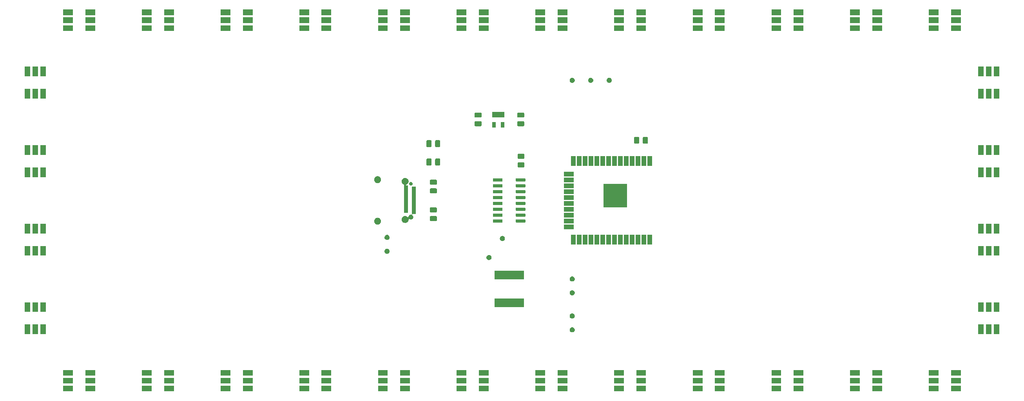
<source format=gbr>
G04 #@! TF.GenerationSoftware,KiCad,Pcbnew,(5.1.5-0-10_14)*
G04 #@! TF.CreationDate,2020-01-24T22:17:13-08:00*
G04 #@! TF.ProjectId,esp32-color-lamp-stand,65737033-322d-4636-9f6c-6f722d6c616d,rev?*
G04 #@! TF.SameCoordinates,Original*
G04 #@! TF.FileFunction,Soldermask,Top*
G04 #@! TF.FilePolarity,Negative*
%FSLAX46Y46*%
G04 Gerber Fmt 4.6, Leading zero omitted, Abs format (unit mm)*
G04 Created by KiCad (PCBNEW (5.1.5-0-10_14)) date 2020-01-24 22:17:13*
%MOMM*%
%LPD*%
G04 APERTURE LIST*
%ADD10C,0.100000*%
G04 APERTURE END LIST*
D10*
G36*
X204951000Y-85301000D02*
G01*
X202849000Y-85301000D01*
X202849000Y-84099000D01*
X204951000Y-84099000D01*
X204951000Y-85301000D01*
G37*
G36*
X200151000Y-85301000D02*
G01*
X198049000Y-85301000D01*
X198049000Y-84099000D01*
X200151000Y-84099000D01*
X200151000Y-85301000D01*
G37*
G36*
X187951000Y-85301000D02*
G01*
X185849000Y-85301000D01*
X185849000Y-84099000D01*
X187951000Y-84099000D01*
X187951000Y-85301000D01*
G37*
G36*
X183151000Y-85301000D02*
G01*
X181049000Y-85301000D01*
X181049000Y-84099000D01*
X183151000Y-84099000D01*
X183151000Y-85301000D01*
G37*
G36*
X170951000Y-85301000D02*
G01*
X168849000Y-85301000D01*
X168849000Y-84099000D01*
X170951000Y-84099000D01*
X170951000Y-85301000D01*
G37*
G36*
X166151000Y-85301000D02*
G01*
X164049000Y-85301000D01*
X164049000Y-84099000D01*
X166151000Y-84099000D01*
X166151000Y-85301000D01*
G37*
G36*
X153951000Y-85301000D02*
G01*
X151849000Y-85301000D01*
X151849000Y-84099000D01*
X153951000Y-84099000D01*
X153951000Y-85301000D01*
G37*
G36*
X149151000Y-85301000D02*
G01*
X147049000Y-85301000D01*
X147049000Y-84099000D01*
X149151000Y-84099000D01*
X149151000Y-85301000D01*
G37*
G36*
X136951000Y-85301000D02*
G01*
X134849000Y-85301000D01*
X134849000Y-84099000D01*
X136951000Y-84099000D01*
X136951000Y-85301000D01*
G37*
G36*
X132151000Y-85301000D02*
G01*
X130049000Y-85301000D01*
X130049000Y-84099000D01*
X132151000Y-84099000D01*
X132151000Y-85301000D01*
G37*
G36*
X119951000Y-85301000D02*
G01*
X117849000Y-85301000D01*
X117849000Y-84099000D01*
X119951000Y-84099000D01*
X119951000Y-85301000D01*
G37*
G36*
X115151000Y-85301000D02*
G01*
X113049000Y-85301000D01*
X113049000Y-84099000D01*
X115151000Y-84099000D01*
X115151000Y-85301000D01*
G37*
G36*
X102951000Y-85301000D02*
G01*
X100849000Y-85301000D01*
X100849000Y-84099000D01*
X102951000Y-84099000D01*
X102951000Y-85301000D01*
G37*
G36*
X98151000Y-85301000D02*
G01*
X96049000Y-85301000D01*
X96049000Y-84099000D01*
X98151000Y-84099000D01*
X98151000Y-85301000D01*
G37*
G36*
X85951000Y-85301000D02*
G01*
X83849000Y-85301000D01*
X83849000Y-84099000D01*
X85951000Y-84099000D01*
X85951000Y-85301000D01*
G37*
G36*
X81151000Y-85301000D02*
G01*
X79049000Y-85301000D01*
X79049000Y-84099000D01*
X81151000Y-84099000D01*
X81151000Y-85301000D01*
G37*
G36*
X68951000Y-85301000D02*
G01*
X66849000Y-85301000D01*
X66849000Y-84099000D01*
X68951000Y-84099000D01*
X68951000Y-85301000D01*
G37*
G36*
X64151000Y-85301000D02*
G01*
X62049000Y-85301000D01*
X62049000Y-84099000D01*
X64151000Y-84099000D01*
X64151000Y-85301000D01*
G37*
G36*
X51951000Y-85301000D02*
G01*
X49849000Y-85301000D01*
X49849000Y-84099000D01*
X51951000Y-84099000D01*
X51951000Y-85301000D01*
G37*
G36*
X47151000Y-85301000D02*
G01*
X45049000Y-85301000D01*
X45049000Y-84099000D01*
X47151000Y-84099000D01*
X47151000Y-85301000D01*
G37*
G36*
X34951000Y-85301000D02*
G01*
X32849000Y-85301000D01*
X32849000Y-84099000D01*
X34951000Y-84099000D01*
X34951000Y-85301000D01*
G37*
G36*
X30151000Y-85301000D02*
G01*
X28049000Y-85301000D01*
X28049000Y-84099000D01*
X30151000Y-84099000D01*
X30151000Y-85301000D01*
G37*
G36*
X17951000Y-85301000D02*
G01*
X15849000Y-85301000D01*
X15849000Y-84099000D01*
X17951000Y-84099000D01*
X17951000Y-85301000D01*
G37*
G36*
X13151000Y-85301000D02*
G01*
X11049000Y-85301000D01*
X11049000Y-84099000D01*
X13151000Y-84099000D01*
X13151000Y-85301000D01*
G37*
G36*
X13151000Y-83601000D02*
G01*
X11049000Y-83601000D01*
X11049000Y-82399000D01*
X13151000Y-82399000D01*
X13151000Y-83601000D01*
G37*
G36*
X17951000Y-83601000D02*
G01*
X15849000Y-83601000D01*
X15849000Y-82399000D01*
X17951000Y-82399000D01*
X17951000Y-83601000D01*
G37*
G36*
X30151000Y-83601000D02*
G01*
X28049000Y-83601000D01*
X28049000Y-82399000D01*
X30151000Y-82399000D01*
X30151000Y-83601000D01*
G37*
G36*
X119951000Y-83601000D02*
G01*
X117849000Y-83601000D01*
X117849000Y-82399000D01*
X119951000Y-82399000D01*
X119951000Y-83601000D01*
G37*
G36*
X132151000Y-83601000D02*
G01*
X130049000Y-83601000D01*
X130049000Y-82399000D01*
X132151000Y-82399000D01*
X132151000Y-83601000D01*
G37*
G36*
X34951000Y-83601000D02*
G01*
X32849000Y-83601000D01*
X32849000Y-82399000D01*
X34951000Y-82399000D01*
X34951000Y-83601000D01*
G37*
G36*
X47151000Y-83601000D02*
G01*
X45049000Y-83601000D01*
X45049000Y-82399000D01*
X47151000Y-82399000D01*
X47151000Y-83601000D01*
G37*
G36*
X136951000Y-83601000D02*
G01*
X134849000Y-83601000D01*
X134849000Y-82399000D01*
X136951000Y-82399000D01*
X136951000Y-83601000D01*
G37*
G36*
X153951000Y-83601000D02*
G01*
X151849000Y-83601000D01*
X151849000Y-82399000D01*
X153951000Y-82399000D01*
X153951000Y-83601000D01*
G37*
G36*
X51951000Y-83601000D02*
G01*
X49849000Y-83601000D01*
X49849000Y-82399000D01*
X51951000Y-82399000D01*
X51951000Y-83601000D01*
G37*
G36*
X64151000Y-83601000D02*
G01*
X62049000Y-83601000D01*
X62049000Y-82399000D01*
X64151000Y-82399000D01*
X64151000Y-83601000D01*
G37*
G36*
X149151000Y-83601000D02*
G01*
X147049000Y-83601000D01*
X147049000Y-82399000D01*
X149151000Y-82399000D01*
X149151000Y-83601000D01*
G37*
G36*
X166151000Y-83601000D02*
G01*
X164049000Y-83601000D01*
X164049000Y-82399000D01*
X166151000Y-82399000D01*
X166151000Y-83601000D01*
G37*
G36*
X68951000Y-83601000D02*
G01*
X66849000Y-83601000D01*
X66849000Y-82399000D01*
X68951000Y-82399000D01*
X68951000Y-83601000D01*
G37*
G36*
X81151000Y-83601000D02*
G01*
X79049000Y-83601000D01*
X79049000Y-82399000D01*
X81151000Y-82399000D01*
X81151000Y-83601000D01*
G37*
G36*
X170951000Y-83601000D02*
G01*
X168849000Y-83601000D01*
X168849000Y-82399000D01*
X170951000Y-82399000D01*
X170951000Y-83601000D01*
G37*
G36*
X183151000Y-83601000D02*
G01*
X181049000Y-83601000D01*
X181049000Y-82399000D01*
X183151000Y-82399000D01*
X183151000Y-83601000D01*
G37*
G36*
X85951000Y-83601000D02*
G01*
X83849000Y-83601000D01*
X83849000Y-82399000D01*
X85951000Y-82399000D01*
X85951000Y-83601000D01*
G37*
G36*
X98151000Y-83601000D02*
G01*
X96049000Y-83601000D01*
X96049000Y-82399000D01*
X98151000Y-82399000D01*
X98151000Y-83601000D01*
G37*
G36*
X187951000Y-83601000D02*
G01*
X185849000Y-83601000D01*
X185849000Y-82399000D01*
X187951000Y-82399000D01*
X187951000Y-83601000D01*
G37*
G36*
X204951000Y-83601000D02*
G01*
X202849000Y-83601000D01*
X202849000Y-82399000D01*
X204951000Y-82399000D01*
X204951000Y-83601000D01*
G37*
G36*
X102951000Y-83601000D02*
G01*
X100849000Y-83601000D01*
X100849000Y-82399000D01*
X102951000Y-82399000D01*
X102951000Y-83601000D01*
G37*
G36*
X115151000Y-83601000D02*
G01*
X113049000Y-83601000D01*
X113049000Y-82399000D01*
X115151000Y-82399000D01*
X115151000Y-83601000D01*
G37*
G36*
X200151000Y-83601000D02*
G01*
X198049000Y-83601000D01*
X198049000Y-82399000D01*
X200151000Y-82399000D01*
X200151000Y-83601000D01*
G37*
G36*
X81151000Y-81901000D02*
G01*
X79049000Y-81901000D01*
X79049000Y-80699000D01*
X81151000Y-80699000D01*
X81151000Y-81901000D01*
G37*
G36*
X85951000Y-81901000D02*
G01*
X83849000Y-81901000D01*
X83849000Y-80699000D01*
X85951000Y-80699000D01*
X85951000Y-81901000D01*
G37*
G36*
X68951000Y-81901000D02*
G01*
X66849000Y-81901000D01*
X66849000Y-80699000D01*
X68951000Y-80699000D01*
X68951000Y-81901000D01*
G37*
G36*
X98151000Y-81901000D02*
G01*
X96049000Y-81901000D01*
X96049000Y-80699000D01*
X98151000Y-80699000D01*
X98151000Y-81901000D01*
G37*
G36*
X102951000Y-81901000D02*
G01*
X100849000Y-81901000D01*
X100849000Y-80699000D01*
X102951000Y-80699000D01*
X102951000Y-81901000D01*
G37*
G36*
X115151000Y-81901000D02*
G01*
X113049000Y-81901000D01*
X113049000Y-80699000D01*
X115151000Y-80699000D01*
X115151000Y-81901000D01*
G37*
G36*
X204951000Y-81901000D02*
G01*
X202849000Y-81901000D01*
X202849000Y-80699000D01*
X204951000Y-80699000D01*
X204951000Y-81901000D01*
G37*
G36*
X64151000Y-81901000D02*
G01*
X62049000Y-81901000D01*
X62049000Y-80699000D01*
X64151000Y-80699000D01*
X64151000Y-81901000D01*
G37*
G36*
X47151000Y-81901000D02*
G01*
X45049000Y-81901000D01*
X45049000Y-80699000D01*
X47151000Y-80699000D01*
X47151000Y-81901000D01*
G37*
G36*
X200151000Y-81901000D02*
G01*
X198049000Y-81901000D01*
X198049000Y-80699000D01*
X200151000Y-80699000D01*
X200151000Y-81901000D01*
G37*
G36*
X187951000Y-81901000D02*
G01*
X185849000Y-81901000D01*
X185849000Y-80699000D01*
X187951000Y-80699000D01*
X187951000Y-81901000D01*
G37*
G36*
X183151000Y-81901000D02*
G01*
X181049000Y-81901000D01*
X181049000Y-80699000D01*
X183151000Y-80699000D01*
X183151000Y-81901000D01*
G37*
G36*
X119951000Y-81901000D02*
G01*
X117849000Y-81901000D01*
X117849000Y-80699000D01*
X119951000Y-80699000D01*
X119951000Y-81901000D01*
G37*
G36*
X51951000Y-81901000D02*
G01*
X49849000Y-81901000D01*
X49849000Y-80699000D01*
X51951000Y-80699000D01*
X51951000Y-81901000D01*
G37*
G36*
X34951000Y-81901000D02*
G01*
X32849000Y-81901000D01*
X32849000Y-80699000D01*
X34951000Y-80699000D01*
X34951000Y-81901000D01*
G37*
G36*
X132151000Y-81901000D02*
G01*
X130049000Y-81901000D01*
X130049000Y-80699000D01*
X132151000Y-80699000D01*
X132151000Y-81901000D01*
G37*
G36*
X170951000Y-81901000D02*
G01*
X168849000Y-81901000D01*
X168849000Y-80699000D01*
X170951000Y-80699000D01*
X170951000Y-81901000D01*
G37*
G36*
X166151000Y-81901000D02*
G01*
X164049000Y-81901000D01*
X164049000Y-80699000D01*
X166151000Y-80699000D01*
X166151000Y-81901000D01*
G37*
G36*
X153951000Y-81901000D02*
G01*
X151849000Y-81901000D01*
X151849000Y-80699000D01*
X153951000Y-80699000D01*
X153951000Y-81901000D01*
G37*
G36*
X30151000Y-81901000D02*
G01*
X28049000Y-81901000D01*
X28049000Y-80699000D01*
X30151000Y-80699000D01*
X30151000Y-81901000D01*
G37*
G36*
X13151000Y-81901000D02*
G01*
X11049000Y-81901000D01*
X11049000Y-80699000D01*
X13151000Y-80699000D01*
X13151000Y-81901000D01*
G37*
G36*
X149151000Y-81901000D02*
G01*
X147049000Y-81901000D01*
X147049000Y-80699000D01*
X149151000Y-80699000D01*
X149151000Y-81901000D01*
G37*
G36*
X136951000Y-81901000D02*
G01*
X134849000Y-81901000D01*
X134849000Y-80699000D01*
X136951000Y-80699000D01*
X136951000Y-81901000D01*
G37*
G36*
X17951000Y-81901000D02*
G01*
X15849000Y-81901000D01*
X15849000Y-80699000D01*
X17951000Y-80699000D01*
X17951000Y-81901000D01*
G37*
G36*
X209901000Y-72951000D02*
G01*
X208699000Y-72951000D01*
X208699000Y-70849000D01*
X209901000Y-70849000D01*
X209901000Y-72951000D01*
G37*
G36*
X211601000Y-72951000D02*
G01*
X210399000Y-72951000D01*
X210399000Y-70849000D01*
X211601000Y-70849000D01*
X211601000Y-72951000D01*
G37*
G36*
X213301000Y-72951000D02*
G01*
X212099000Y-72951000D01*
X212099000Y-70849000D01*
X213301000Y-70849000D01*
X213301000Y-72951000D01*
G37*
G36*
X3901000Y-72951000D02*
G01*
X2699000Y-72951000D01*
X2699000Y-70849000D01*
X3901000Y-70849000D01*
X3901000Y-72951000D01*
G37*
G36*
X5601000Y-72951000D02*
G01*
X4399000Y-72951000D01*
X4399000Y-70849000D01*
X5601000Y-70849000D01*
X5601000Y-72951000D01*
G37*
G36*
X7301000Y-72951000D02*
G01*
X6099000Y-72951000D01*
X6099000Y-70849000D01*
X7301000Y-70849000D01*
X7301000Y-72951000D01*
G37*
G36*
X121160721Y-71470174D02*
G01*
X121260995Y-71511709D01*
X121260996Y-71511710D01*
X121351242Y-71572010D01*
X121427990Y-71648758D01*
X121427991Y-71648760D01*
X121488291Y-71739005D01*
X121529826Y-71839279D01*
X121551000Y-71945730D01*
X121551000Y-72054270D01*
X121529826Y-72160721D01*
X121488291Y-72260995D01*
X121488290Y-72260996D01*
X121427990Y-72351242D01*
X121351242Y-72427990D01*
X121305812Y-72458345D01*
X121260995Y-72488291D01*
X121160721Y-72529826D01*
X121054270Y-72551000D01*
X120945730Y-72551000D01*
X120839279Y-72529826D01*
X120739005Y-72488291D01*
X120694188Y-72458345D01*
X120648758Y-72427990D01*
X120572010Y-72351242D01*
X120511710Y-72260996D01*
X120511709Y-72260995D01*
X120470174Y-72160721D01*
X120449000Y-72054270D01*
X120449000Y-71945730D01*
X120470174Y-71839279D01*
X120511709Y-71739005D01*
X120572009Y-71648760D01*
X120572010Y-71648758D01*
X120648758Y-71572010D01*
X120739004Y-71511710D01*
X120739005Y-71511709D01*
X120839279Y-71470174D01*
X120945730Y-71449000D01*
X121054270Y-71449000D01*
X121160721Y-71470174D01*
G37*
G36*
X121160721Y-68470174D02*
G01*
X121260995Y-68511709D01*
X121260996Y-68511710D01*
X121351242Y-68572010D01*
X121427990Y-68648758D01*
X121427991Y-68648760D01*
X121488291Y-68739005D01*
X121529826Y-68839279D01*
X121551000Y-68945730D01*
X121551000Y-69054270D01*
X121529826Y-69160721D01*
X121488291Y-69260995D01*
X121488290Y-69260996D01*
X121427990Y-69351242D01*
X121351242Y-69427990D01*
X121305812Y-69458345D01*
X121260995Y-69488291D01*
X121160721Y-69529826D01*
X121054270Y-69551000D01*
X120945730Y-69551000D01*
X120839279Y-69529826D01*
X120739005Y-69488291D01*
X120694188Y-69458345D01*
X120648758Y-69427990D01*
X120572010Y-69351242D01*
X120511710Y-69260996D01*
X120511709Y-69260995D01*
X120470174Y-69160721D01*
X120449000Y-69054270D01*
X120449000Y-68945730D01*
X120470174Y-68839279D01*
X120511709Y-68739005D01*
X120572009Y-68648760D01*
X120572010Y-68648758D01*
X120648758Y-68572010D01*
X120739004Y-68511710D01*
X120739005Y-68511709D01*
X120839279Y-68470174D01*
X120945730Y-68449000D01*
X121054270Y-68449000D01*
X121160721Y-68470174D01*
G37*
G36*
X213301000Y-68151000D02*
G01*
X212099000Y-68151000D01*
X212099000Y-66049000D01*
X213301000Y-66049000D01*
X213301000Y-68151000D01*
G37*
G36*
X211601000Y-68151000D02*
G01*
X210399000Y-68151000D01*
X210399000Y-66049000D01*
X211601000Y-66049000D01*
X211601000Y-68151000D01*
G37*
G36*
X209901000Y-68151000D02*
G01*
X208699000Y-68151000D01*
X208699000Y-66049000D01*
X209901000Y-66049000D01*
X209901000Y-68151000D01*
G37*
G36*
X7301000Y-68151000D02*
G01*
X6099000Y-68151000D01*
X6099000Y-66049000D01*
X7301000Y-66049000D01*
X7301000Y-68151000D01*
G37*
G36*
X5601000Y-68151000D02*
G01*
X4399000Y-68151000D01*
X4399000Y-66049000D01*
X5601000Y-66049000D01*
X5601000Y-68151000D01*
G37*
G36*
X3901000Y-68151000D02*
G01*
X2699000Y-68151000D01*
X2699000Y-66049000D01*
X3901000Y-66049000D01*
X3901000Y-68151000D01*
G37*
G36*
X110541800Y-67108100D02*
G01*
X104189800Y-67108100D01*
X104189800Y-65206100D01*
X110541800Y-65206100D01*
X110541800Y-67108100D01*
G37*
G36*
X121160721Y-63470174D02*
G01*
X121260995Y-63511709D01*
X121260996Y-63511710D01*
X121351242Y-63572010D01*
X121427990Y-63648758D01*
X121427991Y-63648760D01*
X121488291Y-63739005D01*
X121529826Y-63839279D01*
X121551000Y-63945730D01*
X121551000Y-64054270D01*
X121529826Y-64160721D01*
X121488291Y-64260995D01*
X121488290Y-64260996D01*
X121427990Y-64351242D01*
X121351242Y-64427990D01*
X121305812Y-64458345D01*
X121260995Y-64488291D01*
X121160721Y-64529826D01*
X121054270Y-64551000D01*
X120945730Y-64551000D01*
X120839279Y-64529826D01*
X120739005Y-64488291D01*
X120694188Y-64458345D01*
X120648758Y-64427990D01*
X120572010Y-64351242D01*
X120511710Y-64260996D01*
X120511709Y-64260995D01*
X120470174Y-64160721D01*
X120449000Y-64054270D01*
X120449000Y-63945730D01*
X120470174Y-63839279D01*
X120511709Y-63739005D01*
X120572009Y-63648760D01*
X120572010Y-63648758D01*
X120648758Y-63572010D01*
X120739004Y-63511710D01*
X120739005Y-63511709D01*
X120839279Y-63470174D01*
X120945730Y-63449000D01*
X121054270Y-63449000D01*
X121160721Y-63470174D01*
G37*
G36*
X121160721Y-60470174D02*
G01*
X121260995Y-60511709D01*
X121260996Y-60511710D01*
X121351242Y-60572010D01*
X121427990Y-60648758D01*
X121427991Y-60648760D01*
X121488291Y-60739005D01*
X121529826Y-60839279D01*
X121551000Y-60945730D01*
X121551000Y-61054270D01*
X121529826Y-61160721D01*
X121488291Y-61260995D01*
X121488290Y-61260996D01*
X121427990Y-61351242D01*
X121351242Y-61427990D01*
X121305812Y-61458345D01*
X121260995Y-61488291D01*
X121160721Y-61529826D01*
X121054270Y-61551000D01*
X120945730Y-61551000D01*
X120839279Y-61529826D01*
X120739005Y-61488291D01*
X120694188Y-61458345D01*
X120648758Y-61427990D01*
X120572010Y-61351242D01*
X120511710Y-61260996D01*
X120511709Y-61260995D01*
X120470174Y-61160721D01*
X120449000Y-61054270D01*
X120449000Y-60945730D01*
X120470174Y-60839279D01*
X120511709Y-60739005D01*
X120572009Y-60648760D01*
X120572010Y-60648758D01*
X120648758Y-60572010D01*
X120739004Y-60511710D01*
X120739005Y-60511709D01*
X120839279Y-60470174D01*
X120945730Y-60449000D01*
X121054270Y-60449000D01*
X121160721Y-60470174D01*
G37*
G36*
X110541800Y-61108100D02*
G01*
X104189800Y-61108100D01*
X104189800Y-59206100D01*
X110541800Y-59206100D01*
X110541800Y-61108100D01*
G37*
G36*
X103183121Y-55820074D02*
G01*
X103283395Y-55861609D01*
X103283396Y-55861610D01*
X103373642Y-55921910D01*
X103450390Y-55998658D01*
X103450391Y-55998660D01*
X103510691Y-56088905D01*
X103552226Y-56189179D01*
X103573400Y-56295630D01*
X103573400Y-56404170D01*
X103552226Y-56510621D01*
X103510691Y-56610895D01*
X103510690Y-56610896D01*
X103450390Y-56701142D01*
X103373642Y-56777890D01*
X103328212Y-56808245D01*
X103283395Y-56838191D01*
X103183121Y-56879726D01*
X103076670Y-56900900D01*
X102968130Y-56900900D01*
X102861679Y-56879726D01*
X102761405Y-56838191D01*
X102716588Y-56808245D01*
X102671158Y-56777890D01*
X102594410Y-56701142D01*
X102534110Y-56610896D01*
X102534109Y-56610895D01*
X102492574Y-56510621D01*
X102471400Y-56404170D01*
X102471400Y-56295630D01*
X102492574Y-56189179D01*
X102534109Y-56088905D01*
X102594409Y-55998660D01*
X102594410Y-55998658D01*
X102671158Y-55921910D01*
X102761404Y-55861610D01*
X102761405Y-55861609D01*
X102861679Y-55820074D01*
X102968130Y-55798900D01*
X103076670Y-55798900D01*
X103183121Y-55820074D01*
G37*
G36*
X213301000Y-55951000D02*
G01*
X212099000Y-55951000D01*
X212099000Y-53849000D01*
X213301000Y-53849000D01*
X213301000Y-55951000D01*
G37*
G36*
X211601000Y-55951000D02*
G01*
X210399000Y-55951000D01*
X210399000Y-53849000D01*
X211601000Y-53849000D01*
X211601000Y-55951000D01*
G37*
G36*
X209901000Y-55951000D02*
G01*
X208699000Y-55951000D01*
X208699000Y-53849000D01*
X209901000Y-53849000D01*
X209901000Y-55951000D01*
G37*
G36*
X7301000Y-55951000D02*
G01*
X6099000Y-55951000D01*
X6099000Y-53849000D01*
X7301000Y-53849000D01*
X7301000Y-55951000D01*
G37*
G36*
X5601000Y-55951000D02*
G01*
X4399000Y-55951000D01*
X4399000Y-53849000D01*
X5601000Y-53849000D01*
X5601000Y-55951000D01*
G37*
G36*
X3901000Y-55951000D02*
G01*
X2699000Y-55951000D01*
X2699000Y-53849000D01*
X3901000Y-53849000D01*
X3901000Y-55951000D01*
G37*
G36*
X81160721Y-54470174D02*
G01*
X81260995Y-54511709D01*
X81260996Y-54511710D01*
X81351242Y-54572010D01*
X81427990Y-54648758D01*
X81427991Y-54648760D01*
X81488291Y-54739005D01*
X81529826Y-54839279D01*
X81551000Y-54945730D01*
X81551000Y-55054270D01*
X81529826Y-55160721D01*
X81488291Y-55260995D01*
X81488290Y-55260996D01*
X81427990Y-55351242D01*
X81351242Y-55427990D01*
X81305812Y-55458345D01*
X81260995Y-55488291D01*
X81160721Y-55529826D01*
X81054270Y-55551000D01*
X80945730Y-55551000D01*
X80839279Y-55529826D01*
X80739005Y-55488291D01*
X80694188Y-55458345D01*
X80648758Y-55427990D01*
X80572010Y-55351242D01*
X80511710Y-55260996D01*
X80511709Y-55260995D01*
X80470174Y-55160721D01*
X80449000Y-55054270D01*
X80449000Y-54945730D01*
X80470174Y-54839279D01*
X80511709Y-54739005D01*
X80572009Y-54648760D01*
X80572010Y-54648758D01*
X80648758Y-54572010D01*
X80739004Y-54511710D01*
X80739005Y-54511709D01*
X80839279Y-54470174D01*
X80945730Y-54449000D01*
X81054270Y-54449000D01*
X81160721Y-54470174D01*
G37*
G36*
X126853300Y-53551000D02*
G01*
X125851300Y-53551000D01*
X125851300Y-51449000D01*
X126853300Y-51449000D01*
X126853300Y-53551000D01*
G37*
G36*
X125583300Y-53551000D02*
G01*
X124581300Y-53551000D01*
X124581300Y-51449000D01*
X125583300Y-51449000D01*
X125583300Y-53551000D01*
G37*
G36*
X124313300Y-53551000D02*
G01*
X123311300Y-53551000D01*
X123311300Y-51449000D01*
X124313300Y-51449000D01*
X124313300Y-53551000D01*
G37*
G36*
X123043300Y-53551000D02*
G01*
X122041300Y-53551000D01*
X122041300Y-51449000D01*
X123043300Y-51449000D01*
X123043300Y-53551000D01*
G37*
G36*
X121773300Y-53551000D02*
G01*
X120771300Y-53551000D01*
X120771300Y-51449000D01*
X121773300Y-51449000D01*
X121773300Y-53551000D01*
G37*
G36*
X133203300Y-53551000D02*
G01*
X132201300Y-53551000D01*
X132201300Y-51449000D01*
X133203300Y-51449000D01*
X133203300Y-53551000D01*
G37*
G36*
X138283300Y-53551000D02*
G01*
X137281300Y-53551000D01*
X137281300Y-51449000D01*
X138283300Y-51449000D01*
X138283300Y-53551000D01*
G37*
G36*
X128123300Y-53551000D02*
G01*
X127121300Y-53551000D01*
X127121300Y-51449000D01*
X128123300Y-51449000D01*
X128123300Y-53551000D01*
G37*
G36*
X129393300Y-53551000D02*
G01*
X128391300Y-53551000D01*
X128391300Y-51449000D01*
X129393300Y-51449000D01*
X129393300Y-53551000D01*
G37*
G36*
X130663300Y-53551000D02*
G01*
X129661300Y-53551000D01*
X129661300Y-51449000D01*
X130663300Y-51449000D01*
X130663300Y-53551000D01*
G37*
G36*
X131933300Y-53551000D02*
G01*
X130931300Y-53551000D01*
X130931300Y-51449000D01*
X131933300Y-51449000D01*
X131933300Y-53551000D01*
G37*
G36*
X134473300Y-53551000D02*
G01*
X133471300Y-53551000D01*
X133471300Y-51449000D01*
X134473300Y-51449000D01*
X134473300Y-53551000D01*
G37*
G36*
X135743300Y-53551000D02*
G01*
X134741300Y-53551000D01*
X134741300Y-51449000D01*
X135743300Y-51449000D01*
X135743300Y-53551000D01*
G37*
G36*
X137013300Y-53551000D02*
G01*
X136011300Y-53551000D01*
X136011300Y-51449000D01*
X137013300Y-51449000D01*
X137013300Y-53551000D01*
G37*
G36*
X106066021Y-51705274D02*
G01*
X106166295Y-51746809D01*
X106166296Y-51746810D01*
X106256542Y-51807110D01*
X106333290Y-51883858D01*
X106333291Y-51883860D01*
X106393591Y-51974105D01*
X106435126Y-52074379D01*
X106456300Y-52180830D01*
X106456300Y-52289370D01*
X106435126Y-52395821D01*
X106393591Y-52496095D01*
X106393590Y-52496096D01*
X106333290Y-52586342D01*
X106256542Y-52663090D01*
X106211112Y-52693445D01*
X106166295Y-52723391D01*
X106066021Y-52764926D01*
X105959570Y-52786100D01*
X105851030Y-52786100D01*
X105744579Y-52764926D01*
X105644305Y-52723391D01*
X105599488Y-52693445D01*
X105554058Y-52663090D01*
X105477310Y-52586342D01*
X105417010Y-52496096D01*
X105417009Y-52496095D01*
X105375474Y-52395821D01*
X105354300Y-52289370D01*
X105354300Y-52180830D01*
X105375474Y-52074379D01*
X105417009Y-51974105D01*
X105477309Y-51883860D01*
X105477310Y-51883858D01*
X105554058Y-51807110D01*
X105644304Y-51746810D01*
X105644305Y-51746809D01*
X105744579Y-51705274D01*
X105851030Y-51684100D01*
X105959570Y-51684100D01*
X106066021Y-51705274D01*
G37*
G36*
X81160721Y-51470174D02*
G01*
X81260995Y-51511709D01*
X81260996Y-51511710D01*
X81351242Y-51572010D01*
X81427990Y-51648758D01*
X81427991Y-51648760D01*
X81488291Y-51739005D01*
X81529826Y-51839279D01*
X81551000Y-51945730D01*
X81551000Y-52054270D01*
X81529826Y-52160721D01*
X81488291Y-52260995D01*
X81488290Y-52260996D01*
X81427990Y-52351242D01*
X81351242Y-52427990D01*
X81305812Y-52458345D01*
X81260995Y-52488291D01*
X81160721Y-52529826D01*
X81054270Y-52551000D01*
X80945730Y-52551000D01*
X80839279Y-52529826D01*
X80739005Y-52488291D01*
X80694188Y-52458345D01*
X80648758Y-52427990D01*
X80572010Y-52351242D01*
X80511710Y-52260996D01*
X80511709Y-52260995D01*
X80470174Y-52160721D01*
X80449000Y-52054270D01*
X80449000Y-51945730D01*
X80470174Y-51839279D01*
X80511709Y-51739005D01*
X80572009Y-51648760D01*
X80572010Y-51648758D01*
X80648758Y-51572010D01*
X80739004Y-51511710D01*
X80739005Y-51511709D01*
X80839279Y-51470174D01*
X80945730Y-51449000D01*
X81054270Y-51449000D01*
X81160721Y-51470174D01*
G37*
G36*
X209901000Y-51151000D02*
G01*
X208699000Y-51151000D01*
X208699000Y-49049000D01*
X209901000Y-49049000D01*
X209901000Y-51151000D01*
G37*
G36*
X213301000Y-51151000D02*
G01*
X212099000Y-51151000D01*
X212099000Y-49049000D01*
X213301000Y-49049000D01*
X213301000Y-51151000D01*
G37*
G36*
X211601000Y-51151000D02*
G01*
X210399000Y-51151000D01*
X210399000Y-49049000D01*
X211601000Y-49049000D01*
X211601000Y-51151000D01*
G37*
G36*
X7301000Y-51151000D02*
G01*
X6099000Y-51151000D01*
X6099000Y-49049000D01*
X7301000Y-49049000D01*
X7301000Y-51151000D01*
G37*
G36*
X5601000Y-51151000D02*
G01*
X4399000Y-51151000D01*
X4399000Y-49049000D01*
X5601000Y-49049000D01*
X5601000Y-51151000D01*
G37*
G36*
X3901000Y-51151000D02*
G01*
X2699000Y-51151000D01*
X2699000Y-49049000D01*
X3901000Y-49049000D01*
X3901000Y-51151000D01*
G37*
G36*
X121323300Y-50216000D02*
G01*
X119221300Y-50216000D01*
X119221300Y-49214000D01*
X121323300Y-49214000D01*
X121323300Y-50216000D01*
G37*
G36*
X79094503Y-47753428D02*
G01*
X79167059Y-47767860D01*
X79303732Y-47824472D01*
X79426735Y-47906660D01*
X79531340Y-48011265D01*
X79613528Y-48134268D01*
X79613529Y-48134270D01*
X79670140Y-48270941D01*
X79699000Y-48416032D01*
X79699000Y-48563968D01*
X79670140Y-48709059D01*
X79635525Y-48792628D01*
X79613528Y-48845732D01*
X79531340Y-48968735D01*
X79426735Y-49073340D01*
X79303732Y-49155528D01*
X79303731Y-49155529D01*
X79303730Y-49155529D01*
X79167059Y-49212140D01*
X79021968Y-49241000D01*
X78874032Y-49241000D01*
X78728941Y-49212140D01*
X78592270Y-49155529D01*
X78592269Y-49155529D01*
X78592268Y-49155528D01*
X78469265Y-49073340D01*
X78364660Y-48968735D01*
X78282472Y-48845732D01*
X78260476Y-48792628D01*
X78225860Y-48709059D01*
X78197000Y-48563968D01*
X78197000Y-48416032D01*
X78225860Y-48270941D01*
X78282471Y-48134270D01*
X78282472Y-48134268D01*
X78364660Y-48011265D01*
X78469265Y-47906660D01*
X78592268Y-47824472D01*
X78728941Y-47767860D01*
X78801497Y-47753428D01*
X78874032Y-47739000D01*
X79021968Y-47739000D01*
X79094503Y-47753428D01*
G37*
G36*
X121323300Y-48946000D02*
G01*
X119221300Y-48946000D01*
X119221300Y-47944000D01*
X121323300Y-47944000D01*
X121323300Y-48946000D01*
G37*
G36*
X87209000Y-46951000D02*
G01*
X86535545Y-46951000D01*
X86511159Y-46953402D01*
X86487710Y-46960515D01*
X86466099Y-46972066D01*
X86447157Y-46987611D01*
X86431612Y-47006553D01*
X86420061Y-47028164D01*
X86412948Y-47051613D01*
X86410546Y-47075999D01*
X86412948Y-47100385D01*
X86420061Y-47123834D01*
X86431612Y-47145445D01*
X86447157Y-47164387D01*
X86466099Y-47179932D01*
X86483304Y-47191428D01*
X86556571Y-47264695D01*
X86614136Y-47350847D01*
X86653787Y-47446572D01*
X86674000Y-47548192D01*
X86674000Y-47651808D01*
X86653787Y-47753428D01*
X86614136Y-47849153D01*
X86556571Y-47935305D01*
X86483305Y-48008571D01*
X86397153Y-48066136D01*
X86301428Y-48105787D01*
X86199808Y-48126000D01*
X86096192Y-48126000D01*
X85994572Y-48105787D01*
X85898844Y-48066135D01*
X85843444Y-48029118D01*
X85821834Y-48017567D01*
X85798385Y-48010454D01*
X85773999Y-48008052D01*
X85749613Y-48010454D01*
X85726164Y-48017567D01*
X85704553Y-48029118D01*
X85685611Y-48044664D01*
X85670066Y-48063606D01*
X85658515Y-48085216D01*
X85651402Y-48108665D01*
X85649000Y-48133051D01*
X85649000Y-48203968D01*
X85620140Y-48349059D01*
X85576049Y-48455505D01*
X85563528Y-48485732D01*
X85481340Y-48608735D01*
X85376735Y-48713340D01*
X85253732Y-48795528D01*
X85253731Y-48795529D01*
X85253730Y-48795529D01*
X85117059Y-48852140D01*
X84971968Y-48881000D01*
X84824032Y-48881000D01*
X84678941Y-48852140D01*
X84542270Y-48795529D01*
X84542269Y-48795529D01*
X84542268Y-48795528D01*
X84419265Y-48713340D01*
X84314660Y-48608735D01*
X84232472Y-48485732D01*
X84219952Y-48455505D01*
X84175860Y-48349059D01*
X84147000Y-48203968D01*
X84147000Y-48056032D01*
X84175860Y-47910941D01*
X84232471Y-47774270D01*
X84236754Y-47767860D01*
X84314660Y-47651265D01*
X84419265Y-47546660D01*
X84542268Y-47464472D01*
X84582028Y-47448003D01*
X84678941Y-47407860D01*
X84824032Y-47379000D01*
X84971968Y-47379000D01*
X85117059Y-47407860D01*
X85213973Y-47448003D01*
X85253732Y-47464472D01*
X85376735Y-47546660D01*
X85416206Y-47586131D01*
X85435142Y-47601671D01*
X85456753Y-47613222D01*
X85480202Y-47620335D01*
X85504588Y-47622737D01*
X85528974Y-47620335D01*
X85552423Y-47613222D01*
X85574034Y-47601671D01*
X85592976Y-47586126D01*
X85608521Y-47567184D01*
X85620072Y-47545573D01*
X85627185Y-47522124D01*
X85642213Y-47446573D01*
X85681864Y-47350847D01*
X85739429Y-47264695D01*
X85812695Y-47191429D01*
X85898847Y-47133864D01*
X85994572Y-47094213D01*
X86096192Y-47074000D01*
X86199809Y-47074000D01*
X86257616Y-47085498D01*
X86282002Y-47087900D01*
X86306388Y-47085498D01*
X86329837Y-47078385D01*
X86351448Y-47066833D01*
X86370389Y-47051288D01*
X86385934Y-47032346D01*
X86397485Y-47010735D01*
X86404598Y-46987286D01*
X86407000Y-46962901D01*
X86407000Y-41049000D01*
X87209000Y-41049000D01*
X87209000Y-46951000D01*
G37*
G36*
X110788428Y-48096764D02*
G01*
X110809509Y-48103160D01*
X110828945Y-48113548D01*
X110845976Y-48127524D01*
X110859952Y-48144555D01*
X110870340Y-48163991D01*
X110876736Y-48185072D01*
X110879500Y-48213140D01*
X110879500Y-48676860D01*
X110876736Y-48704928D01*
X110870340Y-48726009D01*
X110859952Y-48745445D01*
X110845976Y-48762476D01*
X110828945Y-48776452D01*
X110809509Y-48786840D01*
X110788428Y-48793236D01*
X110760360Y-48796000D01*
X108946640Y-48796000D01*
X108918572Y-48793236D01*
X108897491Y-48786840D01*
X108878055Y-48776452D01*
X108861024Y-48762476D01*
X108847048Y-48745445D01*
X108836660Y-48726009D01*
X108830264Y-48704928D01*
X108827500Y-48676860D01*
X108827500Y-48213140D01*
X108830264Y-48185072D01*
X108836660Y-48163991D01*
X108847048Y-48144555D01*
X108861024Y-48127524D01*
X108878055Y-48113548D01*
X108897491Y-48103160D01*
X108918572Y-48096764D01*
X108946640Y-48094000D01*
X110760360Y-48094000D01*
X110788428Y-48096764D01*
G37*
G36*
X105838428Y-48096764D02*
G01*
X105859509Y-48103160D01*
X105878945Y-48113548D01*
X105895976Y-48127524D01*
X105909952Y-48144555D01*
X105920340Y-48163991D01*
X105926736Y-48185072D01*
X105929500Y-48213140D01*
X105929500Y-48676860D01*
X105926736Y-48704928D01*
X105920340Y-48726009D01*
X105909952Y-48745445D01*
X105895976Y-48762476D01*
X105878945Y-48776452D01*
X105859509Y-48786840D01*
X105838428Y-48793236D01*
X105810360Y-48796000D01*
X103996640Y-48796000D01*
X103968572Y-48793236D01*
X103947491Y-48786840D01*
X103928055Y-48776452D01*
X103911024Y-48762476D01*
X103897048Y-48745445D01*
X103886660Y-48726009D01*
X103880264Y-48704928D01*
X103877500Y-48676860D01*
X103877500Y-48213140D01*
X103880264Y-48185072D01*
X103886660Y-48163991D01*
X103897048Y-48144555D01*
X103911024Y-48127524D01*
X103928055Y-48113548D01*
X103947491Y-48103160D01*
X103968572Y-48096764D01*
X103996640Y-48094000D01*
X105810360Y-48094000D01*
X105838428Y-48096764D01*
G37*
G36*
X91584468Y-47403565D02*
G01*
X91623138Y-47415296D01*
X91658777Y-47434346D01*
X91690017Y-47459983D01*
X91715654Y-47491223D01*
X91734704Y-47526862D01*
X91746435Y-47565532D01*
X91751000Y-47611888D01*
X91751000Y-48263112D01*
X91746435Y-48309468D01*
X91734704Y-48348138D01*
X91715654Y-48383777D01*
X91690017Y-48415017D01*
X91658777Y-48440654D01*
X91623138Y-48459704D01*
X91584468Y-48471435D01*
X91538112Y-48476000D01*
X90461888Y-48476000D01*
X90415532Y-48471435D01*
X90376862Y-48459704D01*
X90341223Y-48440654D01*
X90309983Y-48415017D01*
X90284346Y-48383777D01*
X90265296Y-48348138D01*
X90253565Y-48309468D01*
X90249000Y-48263112D01*
X90249000Y-47611888D01*
X90253565Y-47565532D01*
X90265296Y-47526862D01*
X90284346Y-47491223D01*
X90309983Y-47459983D01*
X90341223Y-47434346D01*
X90376862Y-47415296D01*
X90415532Y-47403565D01*
X90461888Y-47399000D01*
X91538112Y-47399000D01*
X91584468Y-47403565D01*
G37*
G36*
X121323300Y-47676000D02*
G01*
X119221300Y-47676000D01*
X119221300Y-46674000D01*
X121323300Y-46674000D01*
X121323300Y-47676000D01*
G37*
G36*
X110788428Y-46826764D02*
G01*
X110809509Y-46833160D01*
X110828945Y-46843548D01*
X110845976Y-46857524D01*
X110859952Y-46874555D01*
X110870340Y-46893991D01*
X110876736Y-46915072D01*
X110879500Y-46943140D01*
X110879500Y-47406860D01*
X110876736Y-47434928D01*
X110870340Y-47456009D01*
X110859952Y-47475445D01*
X110845976Y-47492476D01*
X110828945Y-47506452D01*
X110809509Y-47516840D01*
X110788428Y-47523236D01*
X110760360Y-47526000D01*
X108946640Y-47526000D01*
X108918572Y-47523236D01*
X108897491Y-47516840D01*
X108878055Y-47506452D01*
X108861024Y-47492476D01*
X108847048Y-47475445D01*
X108836660Y-47456009D01*
X108830264Y-47434928D01*
X108827500Y-47406860D01*
X108827500Y-46943140D01*
X108830264Y-46915072D01*
X108836660Y-46893991D01*
X108847048Y-46874555D01*
X108861024Y-46857524D01*
X108878055Y-46843548D01*
X108897491Y-46833160D01*
X108918572Y-46826764D01*
X108946640Y-46824000D01*
X110760360Y-46824000D01*
X110788428Y-46826764D01*
G37*
G36*
X105838428Y-46826764D02*
G01*
X105859509Y-46833160D01*
X105878945Y-46843548D01*
X105895976Y-46857524D01*
X105909952Y-46874555D01*
X105920340Y-46893991D01*
X105926736Y-46915072D01*
X105929500Y-46943140D01*
X105929500Y-47406860D01*
X105926736Y-47434928D01*
X105920340Y-47456009D01*
X105909952Y-47475445D01*
X105895976Y-47492476D01*
X105878945Y-47506452D01*
X105859509Y-47516840D01*
X105838428Y-47523236D01*
X105810360Y-47526000D01*
X103996640Y-47526000D01*
X103968572Y-47523236D01*
X103947491Y-47516840D01*
X103928055Y-47506452D01*
X103911024Y-47492476D01*
X103897048Y-47475445D01*
X103886660Y-47456009D01*
X103880264Y-47434928D01*
X103877500Y-47406860D01*
X103877500Y-46943140D01*
X103880264Y-46915072D01*
X103886660Y-46893991D01*
X103897048Y-46874555D01*
X103911024Y-46857524D01*
X103928055Y-46843548D01*
X103947491Y-46833160D01*
X103968572Y-46826764D01*
X103996640Y-46824000D01*
X105810360Y-46824000D01*
X105838428Y-46826764D01*
G37*
G36*
X85117059Y-39147860D02*
G01*
X85252593Y-39204000D01*
X85253732Y-39204472D01*
X85376735Y-39286660D01*
X85481340Y-39391265D01*
X85481341Y-39391267D01*
X85563529Y-39514270D01*
X85620140Y-39650941D01*
X85649000Y-39796032D01*
X85649000Y-39943968D01*
X85622604Y-40076672D01*
X85620202Y-40101058D01*
X85622604Y-40125445D01*
X85629717Y-40148893D01*
X85641268Y-40170504D01*
X85656814Y-40189446D01*
X85658324Y-40190685D01*
X85654040Y-40190263D01*
X85629654Y-40192665D01*
X85606205Y-40199778D01*
X85584594Y-40211330D01*
X85565653Y-40226875D01*
X85550110Y-40245814D01*
X85481340Y-40348735D01*
X85376735Y-40453340D01*
X85253732Y-40535528D01*
X85253731Y-40535529D01*
X85253730Y-40535529D01*
X85198232Y-40558517D01*
X85176621Y-40570068D01*
X85157679Y-40585613D01*
X85142134Y-40604555D01*
X85130583Y-40626166D01*
X85123470Y-40649615D01*
X85121068Y-40674001D01*
X85123470Y-40698387D01*
X85130583Y-40721836D01*
X85142134Y-40743447D01*
X85157679Y-40762389D01*
X85176621Y-40777934D01*
X85198232Y-40789485D01*
X85221681Y-40796598D01*
X85246067Y-40799000D01*
X85509000Y-40799000D01*
X85509000Y-46701000D01*
X84707000Y-46701000D01*
X84707000Y-40687284D01*
X84704598Y-40662898D01*
X84697485Y-40639449D01*
X84685934Y-40617838D01*
X84670389Y-40598896D01*
X84651447Y-40583351D01*
X84629836Y-40571800D01*
X84542270Y-40535529D01*
X84542269Y-40535529D01*
X84542268Y-40535528D01*
X84419265Y-40453340D01*
X84314660Y-40348735D01*
X84232472Y-40225732D01*
X84175860Y-40089059D01*
X84147000Y-39943967D01*
X84147000Y-39796033D01*
X84147554Y-39793250D01*
X84175860Y-39650941D01*
X84232471Y-39514270D01*
X84314659Y-39391267D01*
X84314660Y-39391265D01*
X84419265Y-39286660D01*
X84542268Y-39204472D01*
X84543408Y-39204000D01*
X84678941Y-39147860D01*
X84824032Y-39119000D01*
X84971968Y-39119000D01*
X85117059Y-39147860D01*
G37*
G36*
X91584468Y-45528565D02*
G01*
X91623138Y-45540296D01*
X91658777Y-45559346D01*
X91690017Y-45584983D01*
X91715654Y-45616223D01*
X91734704Y-45651862D01*
X91746435Y-45690532D01*
X91751000Y-45736888D01*
X91751000Y-46388112D01*
X91746435Y-46434468D01*
X91734704Y-46473138D01*
X91715654Y-46508777D01*
X91690017Y-46540017D01*
X91658777Y-46565654D01*
X91623138Y-46584704D01*
X91584468Y-46596435D01*
X91538112Y-46601000D01*
X90461888Y-46601000D01*
X90415532Y-46596435D01*
X90376862Y-46584704D01*
X90341223Y-46565654D01*
X90309983Y-46540017D01*
X90284346Y-46508777D01*
X90265296Y-46473138D01*
X90253565Y-46434468D01*
X90249000Y-46388112D01*
X90249000Y-45736888D01*
X90253565Y-45690532D01*
X90265296Y-45651862D01*
X90284346Y-45616223D01*
X90309983Y-45584983D01*
X90341223Y-45559346D01*
X90376862Y-45540296D01*
X90415532Y-45528565D01*
X90461888Y-45524000D01*
X91538112Y-45524000D01*
X91584468Y-45528565D01*
G37*
G36*
X121323300Y-46406000D02*
G01*
X119221300Y-46406000D01*
X119221300Y-45404000D01*
X121323300Y-45404000D01*
X121323300Y-46406000D01*
G37*
G36*
X110788428Y-45556764D02*
G01*
X110809509Y-45563160D01*
X110828945Y-45573548D01*
X110845976Y-45587524D01*
X110859952Y-45604555D01*
X110870340Y-45623991D01*
X110876736Y-45645072D01*
X110879500Y-45673140D01*
X110879500Y-46136860D01*
X110876736Y-46164928D01*
X110870340Y-46186009D01*
X110859952Y-46205445D01*
X110845976Y-46222476D01*
X110828945Y-46236452D01*
X110809509Y-46246840D01*
X110788428Y-46253236D01*
X110760360Y-46256000D01*
X108946640Y-46256000D01*
X108918572Y-46253236D01*
X108897491Y-46246840D01*
X108878055Y-46236452D01*
X108861024Y-46222476D01*
X108847048Y-46205445D01*
X108836660Y-46186009D01*
X108830264Y-46164928D01*
X108827500Y-46136860D01*
X108827500Y-45673140D01*
X108830264Y-45645072D01*
X108836660Y-45623991D01*
X108847048Y-45604555D01*
X108861024Y-45587524D01*
X108878055Y-45573548D01*
X108897491Y-45563160D01*
X108918572Y-45556764D01*
X108946640Y-45554000D01*
X110760360Y-45554000D01*
X110788428Y-45556764D01*
G37*
G36*
X105838428Y-45556764D02*
G01*
X105859509Y-45563160D01*
X105878945Y-45573548D01*
X105895976Y-45587524D01*
X105909952Y-45604555D01*
X105920340Y-45623991D01*
X105926736Y-45645072D01*
X105929500Y-45673140D01*
X105929500Y-46136860D01*
X105926736Y-46164928D01*
X105920340Y-46186009D01*
X105909952Y-46205445D01*
X105895976Y-46222476D01*
X105878945Y-46236452D01*
X105859509Y-46246840D01*
X105838428Y-46253236D01*
X105810360Y-46256000D01*
X103996640Y-46256000D01*
X103968572Y-46253236D01*
X103947491Y-46246840D01*
X103928055Y-46236452D01*
X103911024Y-46222476D01*
X103897048Y-46205445D01*
X103886660Y-46186009D01*
X103880264Y-46164928D01*
X103877500Y-46136860D01*
X103877500Y-45673140D01*
X103880264Y-45645072D01*
X103886660Y-45623991D01*
X103897048Y-45604555D01*
X103911024Y-45587524D01*
X103928055Y-45573548D01*
X103947491Y-45563160D01*
X103968572Y-45556764D01*
X103996640Y-45554000D01*
X105810360Y-45554000D01*
X105838428Y-45556764D01*
G37*
G36*
X132833300Y-45551000D02*
G01*
X127731300Y-45551000D01*
X127731300Y-40449000D01*
X132833300Y-40449000D01*
X132833300Y-45551000D01*
G37*
G36*
X121323300Y-45136000D02*
G01*
X119221300Y-45136000D01*
X119221300Y-44134000D01*
X121323300Y-44134000D01*
X121323300Y-45136000D01*
G37*
G36*
X105838428Y-44286764D02*
G01*
X105859509Y-44293160D01*
X105878945Y-44303548D01*
X105895976Y-44317524D01*
X105909952Y-44334555D01*
X105920340Y-44353991D01*
X105926736Y-44375072D01*
X105929500Y-44403140D01*
X105929500Y-44866860D01*
X105926736Y-44894928D01*
X105920340Y-44916009D01*
X105909952Y-44935445D01*
X105895976Y-44952476D01*
X105878945Y-44966452D01*
X105859509Y-44976840D01*
X105838428Y-44983236D01*
X105810360Y-44986000D01*
X103996640Y-44986000D01*
X103968572Y-44983236D01*
X103947491Y-44976840D01*
X103928055Y-44966452D01*
X103911024Y-44952476D01*
X103897048Y-44935445D01*
X103886660Y-44916009D01*
X103880264Y-44894928D01*
X103877500Y-44866860D01*
X103877500Y-44403140D01*
X103880264Y-44375072D01*
X103886660Y-44353991D01*
X103897048Y-44334555D01*
X103911024Y-44317524D01*
X103928055Y-44303548D01*
X103947491Y-44293160D01*
X103968572Y-44286764D01*
X103996640Y-44284000D01*
X105810360Y-44284000D01*
X105838428Y-44286764D01*
G37*
G36*
X110788428Y-44286764D02*
G01*
X110809509Y-44293160D01*
X110828945Y-44303548D01*
X110845976Y-44317524D01*
X110859952Y-44334555D01*
X110870340Y-44353991D01*
X110876736Y-44375072D01*
X110879500Y-44403140D01*
X110879500Y-44866860D01*
X110876736Y-44894928D01*
X110870340Y-44916009D01*
X110859952Y-44935445D01*
X110845976Y-44952476D01*
X110828945Y-44966452D01*
X110809509Y-44976840D01*
X110788428Y-44983236D01*
X110760360Y-44986000D01*
X108946640Y-44986000D01*
X108918572Y-44983236D01*
X108897491Y-44976840D01*
X108878055Y-44966452D01*
X108861024Y-44952476D01*
X108847048Y-44935445D01*
X108836660Y-44916009D01*
X108830264Y-44894928D01*
X108827500Y-44866860D01*
X108827500Y-44403140D01*
X108830264Y-44375072D01*
X108836660Y-44353991D01*
X108847048Y-44334555D01*
X108861024Y-44317524D01*
X108878055Y-44303548D01*
X108897491Y-44293160D01*
X108918572Y-44286764D01*
X108946640Y-44284000D01*
X110760360Y-44284000D01*
X110788428Y-44286764D01*
G37*
G36*
X121323300Y-43866000D02*
G01*
X119221300Y-43866000D01*
X119221300Y-42864000D01*
X121323300Y-42864000D01*
X121323300Y-43866000D01*
G37*
G36*
X105838428Y-43016764D02*
G01*
X105859509Y-43023160D01*
X105878945Y-43033548D01*
X105895976Y-43047524D01*
X105909952Y-43064555D01*
X105920340Y-43083991D01*
X105926736Y-43105072D01*
X105929500Y-43133140D01*
X105929500Y-43596860D01*
X105926736Y-43624928D01*
X105920340Y-43646009D01*
X105909952Y-43665445D01*
X105895976Y-43682476D01*
X105878945Y-43696452D01*
X105859509Y-43706840D01*
X105838428Y-43713236D01*
X105810360Y-43716000D01*
X103996640Y-43716000D01*
X103968572Y-43713236D01*
X103947491Y-43706840D01*
X103928055Y-43696452D01*
X103911024Y-43682476D01*
X103897048Y-43665445D01*
X103886660Y-43646009D01*
X103880264Y-43624928D01*
X103877500Y-43596860D01*
X103877500Y-43133140D01*
X103880264Y-43105072D01*
X103886660Y-43083991D01*
X103897048Y-43064555D01*
X103911024Y-43047524D01*
X103928055Y-43033548D01*
X103947491Y-43023160D01*
X103968572Y-43016764D01*
X103996640Y-43014000D01*
X105810360Y-43014000D01*
X105838428Y-43016764D01*
G37*
G36*
X110788428Y-43016764D02*
G01*
X110809509Y-43023160D01*
X110828945Y-43033548D01*
X110845976Y-43047524D01*
X110859952Y-43064555D01*
X110870340Y-43083991D01*
X110876736Y-43105072D01*
X110879500Y-43133140D01*
X110879500Y-43596860D01*
X110876736Y-43624928D01*
X110870340Y-43646009D01*
X110859952Y-43665445D01*
X110845976Y-43682476D01*
X110828945Y-43696452D01*
X110809509Y-43706840D01*
X110788428Y-43713236D01*
X110760360Y-43716000D01*
X108946640Y-43716000D01*
X108918572Y-43713236D01*
X108897491Y-43706840D01*
X108878055Y-43696452D01*
X108861024Y-43682476D01*
X108847048Y-43665445D01*
X108836660Y-43646009D01*
X108830264Y-43624928D01*
X108827500Y-43596860D01*
X108827500Y-43133140D01*
X108830264Y-43105072D01*
X108836660Y-43083991D01*
X108847048Y-43064555D01*
X108861024Y-43047524D01*
X108878055Y-43033548D01*
X108897491Y-43023160D01*
X108918572Y-43016764D01*
X108946640Y-43014000D01*
X110760360Y-43014000D01*
X110788428Y-43016764D01*
G37*
G36*
X121323300Y-42596000D02*
G01*
X119221300Y-42596000D01*
X119221300Y-41594000D01*
X121323300Y-41594000D01*
X121323300Y-42596000D01*
G37*
G36*
X91584468Y-41403565D02*
G01*
X91623138Y-41415296D01*
X91658777Y-41434346D01*
X91690017Y-41459983D01*
X91715654Y-41491223D01*
X91734704Y-41526862D01*
X91746435Y-41565532D01*
X91751000Y-41611888D01*
X91751000Y-42263112D01*
X91746435Y-42309468D01*
X91734704Y-42348138D01*
X91715654Y-42383777D01*
X91690017Y-42415017D01*
X91658777Y-42440654D01*
X91623138Y-42459704D01*
X91584468Y-42471435D01*
X91538112Y-42476000D01*
X90461888Y-42476000D01*
X90415532Y-42471435D01*
X90376862Y-42459704D01*
X90341223Y-42440654D01*
X90309983Y-42415017D01*
X90284346Y-42383777D01*
X90265296Y-42348138D01*
X90253565Y-42309468D01*
X90249000Y-42263112D01*
X90249000Y-41611888D01*
X90253565Y-41565532D01*
X90265296Y-41526862D01*
X90284346Y-41491223D01*
X90309983Y-41459983D01*
X90341223Y-41434346D01*
X90376862Y-41415296D01*
X90415532Y-41403565D01*
X90461888Y-41399000D01*
X91538112Y-41399000D01*
X91584468Y-41403565D01*
G37*
G36*
X110788428Y-41746764D02*
G01*
X110809509Y-41753160D01*
X110828945Y-41763548D01*
X110845976Y-41777524D01*
X110859952Y-41794555D01*
X110870340Y-41813991D01*
X110876736Y-41835072D01*
X110879500Y-41863140D01*
X110879500Y-42326860D01*
X110876736Y-42354928D01*
X110870340Y-42376009D01*
X110859952Y-42395445D01*
X110845976Y-42412476D01*
X110828945Y-42426452D01*
X110809509Y-42436840D01*
X110788428Y-42443236D01*
X110760360Y-42446000D01*
X108946640Y-42446000D01*
X108918572Y-42443236D01*
X108897491Y-42436840D01*
X108878055Y-42426452D01*
X108861024Y-42412476D01*
X108847048Y-42395445D01*
X108836660Y-42376009D01*
X108830264Y-42354928D01*
X108827500Y-42326860D01*
X108827500Y-41863140D01*
X108830264Y-41835072D01*
X108836660Y-41813991D01*
X108847048Y-41794555D01*
X108861024Y-41777524D01*
X108878055Y-41763548D01*
X108897491Y-41753160D01*
X108918572Y-41746764D01*
X108946640Y-41744000D01*
X110760360Y-41744000D01*
X110788428Y-41746764D01*
G37*
G36*
X105838428Y-41746764D02*
G01*
X105859509Y-41753160D01*
X105878945Y-41763548D01*
X105895976Y-41777524D01*
X105909952Y-41794555D01*
X105920340Y-41813991D01*
X105926736Y-41835072D01*
X105929500Y-41863140D01*
X105929500Y-42326860D01*
X105926736Y-42354928D01*
X105920340Y-42376009D01*
X105909952Y-42395445D01*
X105895976Y-42412476D01*
X105878945Y-42426452D01*
X105859509Y-42436840D01*
X105838428Y-42443236D01*
X105810360Y-42446000D01*
X103996640Y-42446000D01*
X103968572Y-42443236D01*
X103947491Y-42436840D01*
X103928055Y-42426452D01*
X103911024Y-42412476D01*
X103897048Y-42395445D01*
X103886660Y-42376009D01*
X103880264Y-42354928D01*
X103877500Y-42326860D01*
X103877500Y-41863140D01*
X103880264Y-41835072D01*
X103886660Y-41813991D01*
X103897048Y-41794555D01*
X103911024Y-41777524D01*
X103928055Y-41763548D01*
X103947491Y-41753160D01*
X103968572Y-41746764D01*
X103996640Y-41744000D01*
X105810360Y-41744000D01*
X105838428Y-41746764D01*
G37*
G36*
X121323300Y-41326000D02*
G01*
X119221300Y-41326000D01*
X119221300Y-40324000D01*
X121323300Y-40324000D01*
X121323300Y-41326000D01*
G37*
G36*
X110788428Y-40476764D02*
G01*
X110809509Y-40483160D01*
X110828945Y-40493548D01*
X110845976Y-40507524D01*
X110859952Y-40524555D01*
X110870340Y-40543991D01*
X110876736Y-40565072D01*
X110879500Y-40593140D01*
X110879500Y-41056860D01*
X110876736Y-41084928D01*
X110870340Y-41106009D01*
X110859952Y-41125445D01*
X110845976Y-41142476D01*
X110828945Y-41156452D01*
X110809509Y-41166840D01*
X110788428Y-41173236D01*
X110760360Y-41176000D01*
X108946640Y-41176000D01*
X108918572Y-41173236D01*
X108897491Y-41166840D01*
X108878055Y-41156452D01*
X108861024Y-41142476D01*
X108847048Y-41125445D01*
X108836660Y-41106009D01*
X108830264Y-41084928D01*
X108827500Y-41056860D01*
X108827500Y-40593140D01*
X108830264Y-40565072D01*
X108836660Y-40543991D01*
X108847048Y-40524555D01*
X108861024Y-40507524D01*
X108878055Y-40493548D01*
X108897491Y-40483160D01*
X108918572Y-40476764D01*
X108946640Y-40474000D01*
X110760360Y-40474000D01*
X110788428Y-40476764D01*
G37*
G36*
X105838428Y-40476764D02*
G01*
X105859509Y-40483160D01*
X105878945Y-40493548D01*
X105895976Y-40507524D01*
X105909952Y-40524555D01*
X105920340Y-40543991D01*
X105926736Y-40565072D01*
X105929500Y-40593140D01*
X105929500Y-41056860D01*
X105926736Y-41084928D01*
X105920340Y-41106009D01*
X105909952Y-41125445D01*
X105895976Y-41142476D01*
X105878945Y-41156452D01*
X105859509Y-41166840D01*
X105838428Y-41173236D01*
X105810360Y-41176000D01*
X103996640Y-41176000D01*
X103968572Y-41173236D01*
X103947491Y-41166840D01*
X103928055Y-41156452D01*
X103911024Y-41142476D01*
X103897048Y-41125445D01*
X103886660Y-41106009D01*
X103880264Y-41084928D01*
X103877500Y-41056860D01*
X103877500Y-40593140D01*
X103880264Y-40565072D01*
X103886660Y-40543991D01*
X103897048Y-40524555D01*
X103911024Y-40507524D01*
X103928055Y-40493548D01*
X103947491Y-40483160D01*
X103968572Y-40476764D01*
X103996640Y-40474000D01*
X105810360Y-40474000D01*
X105838428Y-40476764D01*
G37*
G36*
X86257672Y-40038449D02*
G01*
X86257674Y-40038450D01*
X86257675Y-40038450D01*
X86326103Y-40066793D01*
X86387686Y-40107942D01*
X86440058Y-40160314D01*
X86481207Y-40221897D01*
X86500065Y-40267426D01*
X86509551Y-40290328D01*
X86524000Y-40362966D01*
X86524000Y-40437034D01*
X86514825Y-40483160D01*
X86509550Y-40509675D01*
X86481207Y-40578103D01*
X86440058Y-40639686D01*
X86387686Y-40692058D01*
X86326103Y-40733207D01*
X86257675Y-40761550D01*
X86257674Y-40761550D01*
X86257672Y-40761551D01*
X86185034Y-40776000D01*
X86110966Y-40776000D01*
X86038328Y-40761551D01*
X86038326Y-40761550D01*
X86038325Y-40761550D01*
X85969897Y-40733207D01*
X85908314Y-40692058D01*
X85855942Y-40639686D01*
X85814793Y-40578103D01*
X85786450Y-40509675D01*
X85781176Y-40483160D01*
X85772000Y-40437034D01*
X85772000Y-40362965D01*
X85776638Y-40339647D01*
X85779040Y-40315261D01*
X85776638Y-40290875D01*
X85769525Y-40267426D01*
X85757973Y-40245815D01*
X85742428Y-40226874D01*
X85740918Y-40225635D01*
X85745201Y-40226057D01*
X85769588Y-40223655D01*
X85793036Y-40216542D01*
X85814647Y-40204991D01*
X85833589Y-40189445D01*
X85849134Y-40170503D01*
X85855940Y-40160317D01*
X85855942Y-40160314D01*
X85908314Y-40107942D01*
X85969897Y-40066793D01*
X86038325Y-40038450D01*
X86038326Y-40038450D01*
X86038328Y-40038449D01*
X86110966Y-40024000D01*
X86185034Y-40024000D01*
X86257672Y-40038449D01*
G37*
G36*
X91584468Y-39528565D02*
G01*
X91623138Y-39540296D01*
X91658777Y-39559346D01*
X91690017Y-39584983D01*
X91715654Y-39616223D01*
X91734704Y-39651862D01*
X91746435Y-39690532D01*
X91751000Y-39736888D01*
X91751000Y-40388112D01*
X91746435Y-40434468D01*
X91734704Y-40473138D01*
X91715654Y-40508777D01*
X91690017Y-40540017D01*
X91658777Y-40565654D01*
X91623138Y-40584704D01*
X91584468Y-40596435D01*
X91538112Y-40601000D01*
X90461888Y-40601000D01*
X90415532Y-40596435D01*
X90376862Y-40584704D01*
X90341223Y-40565654D01*
X90309983Y-40540017D01*
X90284346Y-40508777D01*
X90265296Y-40473138D01*
X90253565Y-40434468D01*
X90249000Y-40388112D01*
X90249000Y-39736888D01*
X90253565Y-39690532D01*
X90265296Y-39651862D01*
X90284346Y-39616223D01*
X90309983Y-39584983D01*
X90341223Y-39559346D01*
X90376862Y-39540296D01*
X90415532Y-39528565D01*
X90461888Y-39524000D01*
X91538112Y-39524000D01*
X91584468Y-39528565D01*
G37*
G36*
X79157708Y-38786000D02*
G01*
X79167059Y-38787860D01*
X79303732Y-38844472D01*
X79426735Y-38926660D01*
X79531340Y-39031265D01*
X79609246Y-39147860D01*
X79613529Y-39154270D01*
X79637922Y-39213160D01*
X79670140Y-39290941D01*
X79699000Y-39436033D01*
X79699000Y-39583967D01*
X79670140Y-39729059D01*
X79613528Y-39865732D01*
X79531340Y-39988735D01*
X79426735Y-40093340D01*
X79303732Y-40175528D01*
X79303731Y-40175529D01*
X79303730Y-40175529D01*
X79167059Y-40232140D01*
X79021968Y-40261000D01*
X78874032Y-40261000D01*
X78728941Y-40232140D01*
X78592270Y-40175529D01*
X78592269Y-40175529D01*
X78592268Y-40175528D01*
X78469265Y-40093340D01*
X78364660Y-39988735D01*
X78282472Y-39865732D01*
X78225860Y-39729059D01*
X78197000Y-39583967D01*
X78197000Y-39436033D01*
X78225860Y-39290941D01*
X78258078Y-39213160D01*
X78282471Y-39154270D01*
X78286754Y-39147860D01*
X78364660Y-39031265D01*
X78469265Y-38926660D01*
X78592268Y-38844472D01*
X78728941Y-38787860D01*
X78738292Y-38786000D01*
X78874032Y-38759000D01*
X79021968Y-38759000D01*
X79157708Y-38786000D01*
G37*
G36*
X121323300Y-40056000D02*
G01*
X119221300Y-40056000D01*
X119221300Y-39054000D01*
X121323300Y-39054000D01*
X121323300Y-40056000D01*
G37*
G36*
X105838428Y-39206764D02*
G01*
X105859509Y-39213160D01*
X105878945Y-39223548D01*
X105895976Y-39237524D01*
X105909952Y-39254555D01*
X105920340Y-39273991D01*
X105926736Y-39295072D01*
X105929500Y-39323140D01*
X105929500Y-39786860D01*
X105926736Y-39814928D01*
X105920340Y-39836009D01*
X105909952Y-39855445D01*
X105895976Y-39872476D01*
X105878945Y-39886452D01*
X105859509Y-39896840D01*
X105838428Y-39903236D01*
X105810360Y-39906000D01*
X103996640Y-39906000D01*
X103968572Y-39903236D01*
X103947491Y-39896840D01*
X103928055Y-39886452D01*
X103911024Y-39872476D01*
X103897048Y-39855445D01*
X103886660Y-39836009D01*
X103880264Y-39814928D01*
X103877500Y-39786860D01*
X103877500Y-39323140D01*
X103880264Y-39295072D01*
X103886660Y-39273991D01*
X103897048Y-39254555D01*
X103911024Y-39237524D01*
X103928055Y-39223548D01*
X103947491Y-39213160D01*
X103968572Y-39206764D01*
X103996640Y-39204000D01*
X105810360Y-39204000D01*
X105838428Y-39206764D01*
G37*
G36*
X110788428Y-39206764D02*
G01*
X110809509Y-39213160D01*
X110828945Y-39223548D01*
X110845976Y-39237524D01*
X110859952Y-39254555D01*
X110870340Y-39273991D01*
X110876736Y-39295072D01*
X110879500Y-39323140D01*
X110879500Y-39786860D01*
X110876736Y-39814928D01*
X110870340Y-39836009D01*
X110859952Y-39855445D01*
X110845976Y-39872476D01*
X110828945Y-39886452D01*
X110809509Y-39896840D01*
X110788428Y-39903236D01*
X110760360Y-39906000D01*
X108946640Y-39906000D01*
X108918572Y-39903236D01*
X108897491Y-39896840D01*
X108878055Y-39886452D01*
X108861024Y-39872476D01*
X108847048Y-39855445D01*
X108836660Y-39836009D01*
X108830264Y-39814928D01*
X108827500Y-39786860D01*
X108827500Y-39323140D01*
X108830264Y-39295072D01*
X108836660Y-39273991D01*
X108847048Y-39254555D01*
X108861024Y-39237524D01*
X108878055Y-39223548D01*
X108897491Y-39213160D01*
X108918572Y-39206764D01*
X108946640Y-39204000D01*
X110760360Y-39204000D01*
X110788428Y-39206764D01*
G37*
G36*
X7301000Y-38951000D02*
G01*
X6099000Y-38951000D01*
X6099000Y-36849000D01*
X7301000Y-36849000D01*
X7301000Y-38951000D01*
G37*
G36*
X5601000Y-38951000D02*
G01*
X4399000Y-38951000D01*
X4399000Y-36849000D01*
X5601000Y-36849000D01*
X5601000Y-38951000D01*
G37*
G36*
X209901000Y-38951000D02*
G01*
X208699000Y-38951000D01*
X208699000Y-36849000D01*
X209901000Y-36849000D01*
X209901000Y-38951000D01*
G37*
G36*
X211601000Y-38951000D02*
G01*
X210399000Y-38951000D01*
X210399000Y-36849000D01*
X211601000Y-36849000D01*
X211601000Y-38951000D01*
G37*
G36*
X3901000Y-38951000D02*
G01*
X2699000Y-38951000D01*
X2699000Y-36849000D01*
X3901000Y-36849000D01*
X3901000Y-38951000D01*
G37*
G36*
X213301000Y-38951000D02*
G01*
X212099000Y-38951000D01*
X212099000Y-36849000D01*
X213301000Y-36849000D01*
X213301000Y-38951000D01*
G37*
G36*
X121323300Y-38786000D02*
G01*
X119221300Y-38786000D01*
X119221300Y-37784000D01*
X121323300Y-37784000D01*
X121323300Y-38786000D01*
G37*
G36*
X110528368Y-35775365D02*
G01*
X110567038Y-35787096D01*
X110602677Y-35806146D01*
X110633917Y-35831783D01*
X110659554Y-35863023D01*
X110678604Y-35898662D01*
X110690335Y-35937332D01*
X110694900Y-35983688D01*
X110694900Y-36634912D01*
X110690335Y-36681268D01*
X110678604Y-36719938D01*
X110659554Y-36755577D01*
X110633917Y-36786817D01*
X110602677Y-36812454D01*
X110567038Y-36831504D01*
X110528368Y-36843235D01*
X110482012Y-36847800D01*
X109405788Y-36847800D01*
X109359432Y-36843235D01*
X109320762Y-36831504D01*
X109285123Y-36812454D01*
X109253883Y-36786817D01*
X109228246Y-36755577D01*
X109209196Y-36719938D01*
X109197465Y-36681268D01*
X109192900Y-36634912D01*
X109192900Y-35983688D01*
X109197465Y-35937332D01*
X109209196Y-35898662D01*
X109228246Y-35863023D01*
X109253883Y-35831783D01*
X109285123Y-35806146D01*
X109320762Y-35787096D01*
X109359432Y-35775365D01*
X109405788Y-35770800D01*
X110482012Y-35770800D01*
X110528368Y-35775365D01*
G37*
G36*
X125583300Y-36551000D02*
G01*
X124581300Y-36551000D01*
X124581300Y-34449000D01*
X125583300Y-34449000D01*
X125583300Y-36551000D01*
G37*
G36*
X124313300Y-36551000D02*
G01*
X123311300Y-36551000D01*
X123311300Y-34449000D01*
X124313300Y-34449000D01*
X124313300Y-36551000D01*
G37*
G36*
X123043300Y-36551000D02*
G01*
X122041300Y-36551000D01*
X122041300Y-34449000D01*
X123043300Y-34449000D01*
X123043300Y-36551000D01*
G37*
G36*
X121773300Y-36551000D02*
G01*
X120771300Y-36551000D01*
X120771300Y-34449000D01*
X121773300Y-34449000D01*
X121773300Y-36551000D01*
G37*
G36*
X138283300Y-36551000D02*
G01*
X137281300Y-36551000D01*
X137281300Y-34449000D01*
X138283300Y-34449000D01*
X138283300Y-36551000D01*
G37*
G36*
X137013300Y-36551000D02*
G01*
X136011300Y-36551000D01*
X136011300Y-34449000D01*
X137013300Y-34449000D01*
X137013300Y-36551000D01*
G37*
G36*
X133203300Y-36551000D02*
G01*
X132201300Y-36551000D01*
X132201300Y-34449000D01*
X133203300Y-34449000D01*
X133203300Y-36551000D01*
G37*
G36*
X126853300Y-36551000D02*
G01*
X125851300Y-36551000D01*
X125851300Y-34449000D01*
X126853300Y-34449000D01*
X126853300Y-36551000D01*
G37*
G36*
X128123300Y-36551000D02*
G01*
X127121300Y-36551000D01*
X127121300Y-34449000D01*
X128123300Y-34449000D01*
X128123300Y-36551000D01*
G37*
G36*
X130663300Y-36551000D02*
G01*
X129661300Y-36551000D01*
X129661300Y-34449000D01*
X130663300Y-34449000D01*
X130663300Y-36551000D01*
G37*
G36*
X131933300Y-36551000D02*
G01*
X130931300Y-36551000D01*
X130931300Y-34449000D01*
X131933300Y-34449000D01*
X131933300Y-36551000D01*
G37*
G36*
X129393300Y-36551000D02*
G01*
X128391300Y-36551000D01*
X128391300Y-34449000D01*
X129393300Y-34449000D01*
X129393300Y-36551000D01*
G37*
G36*
X135743300Y-36551000D02*
G01*
X134741300Y-36551000D01*
X134741300Y-34449000D01*
X135743300Y-34449000D01*
X135743300Y-36551000D01*
G37*
G36*
X134473300Y-36551000D02*
G01*
X133471300Y-36551000D01*
X133471300Y-34449000D01*
X134473300Y-34449000D01*
X134473300Y-36551000D01*
G37*
G36*
X90434468Y-34953265D02*
G01*
X90473138Y-34964996D01*
X90508777Y-34984046D01*
X90540017Y-35009683D01*
X90565654Y-35040923D01*
X90584704Y-35076562D01*
X90596435Y-35115232D01*
X90601000Y-35161588D01*
X90601000Y-36237812D01*
X90596435Y-36284168D01*
X90584704Y-36322838D01*
X90565654Y-36358477D01*
X90540017Y-36389717D01*
X90508777Y-36415354D01*
X90473138Y-36434404D01*
X90434468Y-36446135D01*
X90388112Y-36450700D01*
X89736888Y-36450700D01*
X89690532Y-36446135D01*
X89651862Y-36434404D01*
X89616223Y-36415354D01*
X89584983Y-36389717D01*
X89559346Y-36358477D01*
X89540296Y-36322838D01*
X89528565Y-36284168D01*
X89524000Y-36237812D01*
X89524000Y-35161588D01*
X89528565Y-35115232D01*
X89540296Y-35076562D01*
X89559346Y-35040923D01*
X89584983Y-35009683D01*
X89616223Y-34984046D01*
X89651862Y-34964996D01*
X89690532Y-34953265D01*
X89736888Y-34948700D01*
X90388112Y-34948700D01*
X90434468Y-34953265D01*
G37*
G36*
X92309468Y-34953265D02*
G01*
X92348138Y-34964996D01*
X92383777Y-34984046D01*
X92415017Y-35009683D01*
X92440654Y-35040923D01*
X92459704Y-35076562D01*
X92471435Y-35115232D01*
X92476000Y-35161588D01*
X92476000Y-36237812D01*
X92471435Y-36284168D01*
X92459704Y-36322838D01*
X92440654Y-36358477D01*
X92415017Y-36389717D01*
X92383777Y-36415354D01*
X92348138Y-36434404D01*
X92309468Y-36446135D01*
X92263112Y-36450700D01*
X91611888Y-36450700D01*
X91565532Y-36446135D01*
X91526862Y-36434404D01*
X91491223Y-36415354D01*
X91459983Y-36389717D01*
X91434346Y-36358477D01*
X91415296Y-36322838D01*
X91403565Y-36284168D01*
X91399000Y-36237812D01*
X91399000Y-35161588D01*
X91403565Y-35115232D01*
X91415296Y-35076562D01*
X91434346Y-35040923D01*
X91459983Y-35009683D01*
X91491223Y-34984046D01*
X91526862Y-34964996D01*
X91565532Y-34953265D01*
X91611888Y-34948700D01*
X92263112Y-34948700D01*
X92309468Y-34953265D01*
G37*
G36*
X110528368Y-33900365D02*
G01*
X110567038Y-33912096D01*
X110602677Y-33931146D01*
X110633917Y-33956783D01*
X110659554Y-33988023D01*
X110678604Y-34023662D01*
X110690335Y-34062332D01*
X110694900Y-34108688D01*
X110694900Y-34759912D01*
X110690335Y-34806268D01*
X110678604Y-34844938D01*
X110659554Y-34880577D01*
X110633917Y-34911817D01*
X110602677Y-34937454D01*
X110567038Y-34956504D01*
X110528368Y-34968235D01*
X110482012Y-34972800D01*
X109405788Y-34972800D01*
X109359432Y-34968235D01*
X109320762Y-34956504D01*
X109285123Y-34937454D01*
X109253883Y-34911817D01*
X109228246Y-34880577D01*
X109209196Y-34844938D01*
X109197465Y-34806268D01*
X109192900Y-34759912D01*
X109192900Y-34108688D01*
X109197465Y-34062332D01*
X109209196Y-34023662D01*
X109228246Y-33988023D01*
X109253883Y-33956783D01*
X109285123Y-33931146D01*
X109320762Y-33912096D01*
X109359432Y-33900365D01*
X109405788Y-33895800D01*
X110482012Y-33895800D01*
X110528368Y-33900365D01*
G37*
G36*
X7301000Y-34151000D02*
G01*
X6099000Y-34151000D01*
X6099000Y-32049000D01*
X7301000Y-32049000D01*
X7301000Y-34151000D01*
G37*
G36*
X213301000Y-34151000D02*
G01*
X212099000Y-34151000D01*
X212099000Y-32049000D01*
X213301000Y-32049000D01*
X213301000Y-34151000D01*
G37*
G36*
X211601000Y-34151000D02*
G01*
X210399000Y-34151000D01*
X210399000Y-32049000D01*
X211601000Y-32049000D01*
X211601000Y-34151000D01*
G37*
G36*
X209901000Y-34151000D02*
G01*
X208699000Y-34151000D01*
X208699000Y-32049000D01*
X209901000Y-32049000D01*
X209901000Y-34151000D01*
G37*
G36*
X5601000Y-34151000D02*
G01*
X4399000Y-34151000D01*
X4399000Y-32049000D01*
X5601000Y-32049000D01*
X5601000Y-34151000D01*
G37*
G36*
X3901000Y-34151000D02*
G01*
X2699000Y-34151000D01*
X2699000Y-32049000D01*
X3901000Y-32049000D01*
X3901000Y-34151000D01*
G37*
G36*
X92309468Y-30978165D02*
G01*
X92348138Y-30989896D01*
X92383777Y-31008946D01*
X92415017Y-31034583D01*
X92440654Y-31065823D01*
X92459704Y-31101462D01*
X92471435Y-31140132D01*
X92476000Y-31186488D01*
X92476000Y-32262712D01*
X92471435Y-32309068D01*
X92459704Y-32347738D01*
X92440654Y-32383377D01*
X92415017Y-32414617D01*
X92383777Y-32440254D01*
X92348138Y-32459304D01*
X92309468Y-32471035D01*
X92263112Y-32475600D01*
X91611888Y-32475600D01*
X91565532Y-32471035D01*
X91526862Y-32459304D01*
X91491223Y-32440254D01*
X91459983Y-32414617D01*
X91434346Y-32383377D01*
X91415296Y-32347738D01*
X91403565Y-32309068D01*
X91399000Y-32262712D01*
X91399000Y-31186488D01*
X91403565Y-31140132D01*
X91415296Y-31101462D01*
X91434346Y-31065823D01*
X91459983Y-31034583D01*
X91491223Y-31008946D01*
X91526862Y-30989896D01*
X91565532Y-30978165D01*
X91611888Y-30973600D01*
X92263112Y-30973600D01*
X92309468Y-30978165D01*
G37*
G36*
X90434468Y-30978165D02*
G01*
X90473138Y-30989896D01*
X90508777Y-31008946D01*
X90540017Y-31034583D01*
X90565654Y-31065823D01*
X90584704Y-31101462D01*
X90596435Y-31140132D01*
X90601000Y-31186488D01*
X90601000Y-32262712D01*
X90596435Y-32309068D01*
X90584704Y-32347738D01*
X90565654Y-32383377D01*
X90540017Y-32414617D01*
X90508777Y-32440254D01*
X90473138Y-32459304D01*
X90434468Y-32471035D01*
X90388112Y-32475600D01*
X89736888Y-32475600D01*
X89690532Y-32471035D01*
X89651862Y-32459304D01*
X89616223Y-32440254D01*
X89584983Y-32414617D01*
X89559346Y-32383377D01*
X89540296Y-32347738D01*
X89528565Y-32309068D01*
X89524000Y-32262712D01*
X89524000Y-31186488D01*
X89528565Y-31140132D01*
X89540296Y-31101462D01*
X89559346Y-31065823D01*
X89584983Y-31034583D01*
X89616223Y-31008946D01*
X89651862Y-30989896D01*
X89690532Y-30978165D01*
X89736888Y-30973600D01*
X90388112Y-30973600D01*
X90434468Y-30978165D01*
G37*
G36*
X135296768Y-30241565D02*
G01*
X135335438Y-30253296D01*
X135371077Y-30272346D01*
X135402317Y-30297983D01*
X135427954Y-30329223D01*
X135447004Y-30364862D01*
X135458735Y-30403532D01*
X135463300Y-30449888D01*
X135463300Y-31526112D01*
X135458735Y-31572468D01*
X135447004Y-31611138D01*
X135427954Y-31646777D01*
X135402317Y-31678017D01*
X135371077Y-31703654D01*
X135335438Y-31722704D01*
X135296768Y-31734435D01*
X135250412Y-31739000D01*
X134599188Y-31739000D01*
X134552832Y-31734435D01*
X134514162Y-31722704D01*
X134478523Y-31703654D01*
X134447283Y-31678017D01*
X134421646Y-31646777D01*
X134402596Y-31611138D01*
X134390865Y-31572468D01*
X134386300Y-31526112D01*
X134386300Y-30449888D01*
X134390865Y-30403532D01*
X134402596Y-30364862D01*
X134421646Y-30329223D01*
X134447283Y-30297983D01*
X134478523Y-30272346D01*
X134514162Y-30253296D01*
X134552832Y-30241565D01*
X134599188Y-30237000D01*
X135250412Y-30237000D01*
X135296768Y-30241565D01*
G37*
G36*
X137171768Y-30241565D02*
G01*
X137210438Y-30253296D01*
X137246077Y-30272346D01*
X137277317Y-30297983D01*
X137302954Y-30329223D01*
X137322004Y-30364862D01*
X137333735Y-30403532D01*
X137338300Y-30449888D01*
X137338300Y-31526112D01*
X137333735Y-31572468D01*
X137322004Y-31611138D01*
X137302954Y-31646777D01*
X137277317Y-31678017D01*
X137246077Y-31703654D01*
X137210438Y-31722704D01*
X137171768Y-31734435D01*
X137125412Y-31739000D01*
X136474188Y-31739000D01*
X136427832Y-31734435D01*
X136389162Y-31722704D01*
X136353523Y-31703654D01*
X136322283Y-31678017D01*
X136296646Y-31646777D01*
X136277596Y-31611138D01*
X136265865Y-31572468D01*
X136261300Y-31526112D01*
X136261300Y-30449888D01*
X136265865Y-30403532D01*
X136277596Y-30364862D01*
X136296646Y-30329223D01*
X136322283Y-30297983D01*
X136353523Y-30272346D01*
X136389162Y-30253296D01*
X136427832Y-30241565D01*
X136474188Y-30237000D01*
X137125412Y-30237000D01*
X137171768Y-30241565D01*
G37*
G36*
X104477900Y-28244500D02*
G01*
X103725900Y-28244500D01*
X103725900Y-27082500D01*
X104477900Y-27082500D01*
X104477900Y-28244500D01*
G37*
G36*
X106377900Y-28244500D02*
G01*
X105625900Y-28244500D01*
X105625900Y-27082500D01*
X106377900Y-27082500D01*
X106377900Y-28244500D01*
G37*
G36*
X101244668Y-26872665D02*
G01*
X101283338Y-26884396D01*
X101318977Y-26903446D01*
X101350217Y-26929083D01*
X101375854Y-26960323D01*
X101394904Y-26995962D01*
X101406635Y-27034632D01*
X101411200Y-27080988D01*
X101411200Y-27732212D01*
X101406635Y-27778568D01*
X101394904Y-27817238D01*
X101375854Y-27852877D01*
X101350217Y-27884117D01*
X101318977Y-27909754D01*
X101283338Y-27928804D01*
X101244668Y-27940535D01*
X101198312Y-27945100D01*
X100122088Y-27945100D01*
X100075732Y-27940535D01*
X100037062Y-27928804D01*
X100001423Y-27909754D01*
X99970183Y-27884117D01*
X99944546Y-27852877D01*
X99925496Y-27817238D01*
X99913765Y-27778568D01*
X99909200Y-27732212D01*
X99909200Y-27080988D01*
X99913765Y-27034632D01*
X99925496Y-26995962D01*
X99944546Y-26960323D01*
X99970183Y-26929083D01*
X100001423Y-26903446D01*
X100037062Y-26884396D01*
X100075732Y-26872665D01*
X100122088Y-26868100D01*
X101198312Y-26868100D01*
X101244668Y-26872665D01*
G37*
G36*
X110464868Y-26872665D02*
G01*
X110503538Y-26884396D01*
X110539177Y-26903446D01*
X110570417Y-26929083D01*
X110596054Y-26960323D01*
X110615104Y-26995962D01*
X110626835Y-27034632D01*
X110631400Y-27080988D01*
X110631400Y-27732212D01*
X110626835Y-27778568D01*
X110615104Y-27817238D01*
X110596054Y-27852877D01*
X110570417Y-27884117D01*
X110539177Y-27909754D01*
X110503538Y-27928804D01*
X110464868Y-27940535D01*
X110418512Y-27945100D01*
X109342288Y-27945100D01*
X109295932Y-27940535D01*
X109257262Y-27928804D01*
X109221623Y-27909754D01*
X109190383Y-27884117D01*
X109164746Y-27852877D01*
X109145696Y-27817238D01*
X109133965Y-27778568D01*
X109129400Y-27732212D01*
X109129400Y-27080988D01*
X109133965Y-27034632D01*
X109145696Y-26995962D01*
X109164746Y-26960323D01*
X109190383Y-26929083D01*
X109221623Y-26903446D01*
X109257262Y-26884396D01*
X109295932Y-26872665D01*
X109342288Y-26868100D01*
X110418512Y-26868100D01*
X110464868Y-26872665D01*
G37*
G36*
X101244668Y-24997665D02*
G01*
X101283338Y-25009396D01*
X101318977Y-25028446D01*
X101350217Y-25054083D01*
X101375854Y-25085323D01*
X101394904Y-25120962D01*
X101406635Y-25159632D01*
X101411200Y-25205988D01*
X101411200Y-25857212D01*
X101406635Y-25903568D01*
X101394904Y-25942238D01*
X101375854Y-25977877D01*
X101350217Y-26009117D01*
X101318977Y-26034754D01*
X101283338Y-26053804D01*
X101244668Y-26065535D01*
X101198312Y-26070100D01*
X100122088Y-26070100D01*
X100075732Y-26065535D01*
X100037062Y-26053804D01*
X100001423Y-26034754D01*
X99970183Y-26009117D01*
X99944546Y-25977877D01*
X99925496Y-25942238D01*
X99913765Y-25903568D01*
X99909200Y-25857212D01*
X99909200Y-25205988D01*
X99913765Y-25159632D01*
X99925496Y-25120962D01*
X99944546Y-25085323D01*
X99970183Y-25054083D01*
X100001423Y-25028446D01*
X100037062Y-25009396D01*
X100075732Y-24997665D01*
X100122088Y-24993100D01*
X101198312Y-24993100D01*
X101244668Y-24997665D01*
G37*
G36*
X110464868Y-24997665D02*
G01*
X110503538Y-25009396D01*
X110539177Y-25028446D01*
X110570417Y-25054083D01*
X110596054Y-25085323D01*
X110615104Y-25120962D01*
X110626835Y-25159632D01*
X110631400Y-25205988D01*
X110631400Y-25857212D01*
X110626835Y-25903568D01*
X110615104Y-25942238D01*
X110596054Y-25977877D01*
X110570417Y-26009117D01*
X110539177Y-26034754D01*
X110503538Y-26053804D01*
X110464868Y-26065535D01*
X110418512Y-26070100D01*
X109342288Y-26070100D01*
X109295932Y-26065535D01*
X109257262Y-26053804D01*
X109221623Y-26034754D01*
X109190383Y-26009117D01*
X109164746Y-25977877D01*
X109145696Y-25942238D01*
X109133965Y-25903568D01*
X109129400Y-25857212D01*
X109129400Y-25205988D01*
X109133965Y-25159632D01*
X109145696Y-25120962D01*
X109164746Y-25085323D01*
X109190383Y-25054083D01*
X109221623Y-25028446D01*
X109257262Y-25009396D01*
X109295932Y-24997665D01*
X109342288Y-24993100D01*
X110418512Y-24993100D01*
X110464868Y-24997665D01*
G37*
G36*
X106377900Y-26044500D02*
G01*
X103725900Y-26044500D01*
X103725900Y-24882500D01*
X106377900Y-24882500D01*
X106377900Y-26044500D01*
G37*
G36*
X213301000Y-21951000D02*
G01*
X212099000Y-21951000D01*
X212099000Y-19849000D01*
X213301000Y-19849000D01*
X213301000Y-21951000D01*
G37*
G36*
X211601000Y-21951000D02*
G01*
X210399000Y-21951000D01*
X210399000Y-19849000D01*
X211601000Y-19849000D01*
X211601000Y-21951000D01*
G37*
G36*
X209901000Y-21951000D02*
G01*
X208699000Y-21951000D01*
X208699000Y-19849000D01*
X209901000Y-19849000D01*
X209901000Y-21951000D01*
G37*
G36*
X7301000Y-21951000D02*
G01*
X6099000Y-21951000D01*
X6099000Y-19849000D01*
X7301000Y-19849000D01*
X7301000Y-21951000D01*
G37*
G36*
X5601000Y-21951000D02*
G01*
X4399000Y-21951000D01*
X4399000Y-19849000D01*
X5601000Y-19849000D01*
X5601000Y-21951000D01*
G37*
G36*
X3901000Y-21951000D02*
G01*
X2699000Y-21951000D01*
X2699000Y-19849000D01*
X3901000Y-19849000D01*
X3901000Y-21951000D01*
G37*
G36*
X129160721Y-17470174D02*
G01*
X129260995Y-17511709D01*
X129260996Y-17511710D01*
X129351242Y-17572010D01*
X129427990Y-17648758D01*
X129427991Y-17648760D01*
X129488291Y-17739005D01*
X129529826Y-17839279D01*
X129551000Y-17945730D01*
X129551000Y-18054270D01*
X129529826Y-18160721D01*
X129488291Y-18260995D01*
X129488290Y-18260996D01*
X129427990Y-18351242D01*
X129351242Y-18427990D01*
X129305812Y-18458345D01*
X129260995Y-18488291D01*
X129160721Y-18529826D01*
X129054270Y-18551000D01*
X128945730Y-18551000D01*
X128839279Y-18529826D01*
X128739005Y-18488291D01*
X128694188Y-18458345D01*
X128648758Y-18427990D01*
X128572010Y-18351242D01*
X128511710Y-18260996D01*
X128511709Y-18260995D01*
X128470174Y-18160721D01*
X128449000Y-18054270D01*
X128449000Y-17945730D01*
X128470174Y-17839279D01*
X128511709Y-17739005D01*
X128572009Y-17648760D01*
X128572010Y-17648758D01*
X128648758Y-17572010D01*
X128739004Y-17511710D01*
X128739005Y-17511709D01*
X128839279Y-17470174D01*
X128945730Y-17449000D01*
X129054270Y-17449000D01*
X129160721Y-17470174D01*
G37*
G36*
X121160721Y-17470174D02*
G01*
X121260995Y-17511709D01*
X121260996Y-17511710D01*
X121351242Y-17572010D01*
X121427990Y-17648758D01*
X121427991Y-17648760D01*
X121488291Y-17739005D01*
X121529826Y-17839279D01*
X121551000Y-17945730D01*
X121551000Y-18054270D01*
X121529826Y-18160721D01*
X121488291Y-18260995D01*
X121488290Y-18260996D01*
X121427990Y-18351242D01*
X121351242Y-18427990D01*
X121305812Y-18458345D01*
X121260995Y-18488291D01*
X121160721Y-18529826D01*
X121054270Y-18551000D01*
X120945730Y-18551000D01*
X120839279Y-18529826D01*
X120739005Y-18488291D01*
X120694188Y-18458345D01*
X120648758Y-18427990D01*
X120572010Y-18351242D01*
X120511710Y-18260996D01*
X120511709Y-18260995D01*
X120470174Y-18160721D01*
X120449000Y-18054270D01*
X120449000Y-17945730D01*
X120470174Y-17839279D01*
X120511709Y-17739005D01*
X120572009Y-17648760D01*
X120572010Y-17648758D01*
X120648758Y-17572010D01*
X120739004Y-17511710D01*
X120739005Y-17511709D01*
X120839279Y-17470174D01*
X120945730Y-17449000D01*
X121054270Y-17449000D01*
X121160721Y-17470174D01*
G37*
G36*
X125160721Y-17470174D02*
G01*
X125260995Y-17511709D01*
X125260996Y-17511710D01*
X125351242Y-17572010D01*
X125427990Y-17648758D01*
X125427991Y-17648760D01*
X125488291Y-17739005D01*
X125529826Y-17839279D01*
X125551000Y-17945730D01*
X125551000Y-18054270D01*
X125529826Y-18160721D01*
X125488291Y-18260995D01*
X125488290Y-18260996D01*
X125427990Y-18351242D01*
X125351242Y-18427990D01*
X125305812Y-18458345D01*
X125260995Y-18488291D01*
X125160721Y-18529826D01*
X125054270Y-18551000D01*
X124945730Y-18551000D01*
X124839279Y-18529826D01*
X124739005Y-18488291D01*
X124694188Y-18458345D01*
X124648758Y-18427990D01*
X124572010Y-18351242D01*
X124511710Y-18260996D01*
X124511709Y-18260995D01*
X124470174Y-18160721D01*
X124449000Y-18054270D01*
X124449000Y-17945730D01*
X124470174Y-17839279D01*
X124511709Y-17739005D01*
X124572009Y-17648760D01*
X124572010Y-17648758D01*
X124648758Y-17572010D01*
X124739004Y-17511710D01*
X124739005Y-17511709D01*
X124839279Y-17470174D01*
X124945730Y-17449000D01*
X125054270Y-17449000D01*
X125160721Y-17470174D01*
G37*
G36*
X5601000Y-17151000D02*
G01*
X4399000Y-17151000D01*
X4399000Y-15049000D01*
X5601000Y-15049000D01*
X5601000Y-17151000D01*
G37*
G36*
X209901000Y-17151000D02*
G01*
X208699000Y-17151000D01*
X208699000Y-15049000D01*
X209901000Y-15049000D01*
X209901000Y-17151000D01*
G37*
G36*
X211601000Y-17151000D02*
G01*
X210399000Y-17151000D01*
X210399000Y-15049000D01*
X211601000Y-15049000D01*
X211601000Y-17151000D01*
G37*
G36*
X213301000Y-17151000D02*
G01*
X212099000Y-17151000D01*
X212099000Y-15049000D01*
X213301000Y-15049000D01*
X213301000Y-17151000D01*
G37*
G36*
X7301000Y-17151000D02*
G01*
X6099000Y-17151000D01*
X6099000Y-15049000D01*
X7301000Y-15049000D01*
X7301000Y-17151000D01*
G37*
G36*
X3901000Y-17151000D02*
G01*
X2699000Y-17151000D01*
X2699000Y-15049000D01*
X3901000Y-15049000D01*
X3901000Y-17151000D01*
G37*
G36*
X170951000Y-7301000D02*
G01*
X168849000Y-7301000D01*
X168849000Y-6099000D01*
X170951000Y-6099000D01*
X170951000Y-7301000D01*
G37*
G36*
X166151000Y-7301000D02*
G01*
X164049000Y-7301000D01*
X164049000Y-6099000D01*
X166151000Y-6099000D01*
X166151000Y-7301000D01*
G37*
G36*
X153951000Y-7301000D02*
G01*
X151849000Y-7301000D01*
X151849000Y-6099000D01*
X153951000Y-6099000D01*
X153951000Y-7301000D01*
G37*
G36*
X187951000Y-7301000D02*
G01*
X185849000Y-7301000D01*
X185849000Y-6099000D01*
X187951000Y-6099000D01*
X187951000Y-7301000D01*
G37*
G36*
X149151000Y-7301000D02*
G01*
X147049000Y-7301000D01*
X147049000Y-6099000D01*
X149151000Y-6099000D01*
X149151000Y-7301000D01*
G37*
G36*
X136951000Y-7301000D02*
G01*
X134849000Y-7301000D01*
X134849000Y-6099000D01*
X136951000Y-6099000D01*
X136951000Y-7301000D01*
G37*
G36*
X132151000Y-7301000D02*
G01*
X130049000Y-7301000D01*
X130049000Y-6099000D01*
X132151000Y-6099000D01*
X132151000Y-7301000D01*
G37*
G36*
X119951000Y-7301000D02*
G01*
X117849000Y-7301000D01*
X117849000Y-6099000D01*
X119951000Y-6099000D01*
X119951000Y-7301000D01*
G37*
G36*
X115151000Y-7301000D02*
G01*
X113049000Y-7301000D01*
X113049000Y-6099000D01*
X115151000Y-6099000D01*
X115151000Y-7301000D01*
G37*
G36*
X102951000Y-7301000D02*
G01*
X100849000Y-7301000D01*
X100849000Y-6099000D01*
X102951000Y-6099000D01*
X102951000Y-7301000D01*
G37*
G36*
X98151000Y-7301000D02*
G01*
X96049000Y-7301000D01*
X96049000Y-6099000D01*
X98151000Y-6099000D01*
X98151000Y-7301000D01*
G37*
G36*
X85951000Y-7301000D02*
G01*
X83849000Y-7301000D01*
X83849000Y-6099000D01*
X85951000Y-6099000D01*
X85951000Y-7301000D01*
G37*
G36*
X81151000Y-7301000D02*
G01*
X79049000Y-7301000D01*
X79049000Y-6099000D01*
X81151000Y-6099000D01*
X81151000Y-7301000D01*
G37*
G36*
X68951000Y-7301000D02*
G01*
X66849000Y-7301000D01*
X66849000Y-6099000D01*
X68951000Y-6099000D01*
X68951000Y-7301000D01*
G37*
G36*
X64151000Y-7301000D02*
G01*
X62049000Y-7301000D01*
X62049000Y-6099000D01*
X64151000Y-6099000D01*
X64151000Y-7301000D01*
G37*
G36*
X51951000Y-7301000D02*
G01*
X49849000Y-7301000D01*
X49849000Y-6099000D01*
X51951000Y-6099000D01*
X51951000Y-7301000D01*
G37*
G36*
X47151000Y-7301000D02*
G01*
X45049000Y-7301000D01*
X45049000Y-6099000D01*
X47151000Y-6099000D01*
X47151000Y-7301000D01*
G37*
G36*
X34951000Y-7301000D02*
G01*
X32849000Y-7301000D01*
X32849000Y-6099000D01*
X34951000Y-6099000D01*
X34951000Y-7301000D01*
G37*
G36*
X30151000Y-7301000D02*
G01*
X28049000Y-7301000D01*
X28049000Y-6099000D01*
X30151000Y-6099000D01*
X30151000Y-7301000D01*
G37*
G36*
X17951000Y-7301000D02*
G01*
X15849000Y-7301000D01*
X15849000Y-6099000D01*
X17951000Y-6099000D01*
X17951000Y-7301000D01*
G37*
G36*
X13151000Y-7301000D02*
G01*
X11049000Y-7301000D01*
X11049000Y-6099000D01*
X13151000Y-6099000D01*
X13151000Y-7301000D01*
G37*
G36*
X183151000Y-7301000D02*
G01*
X181049000Y-7301000D01*
X181049000Y-6099000D01*
X183151000Y-6099000D01*
X183151000Y-7301000D01*
G37*
G36*
X200151000Y-7301000D02*
G01*
X198049000Y-7301000D01*
X198049000Y-6099000D01*
X200151000Y-6099000D01*
X200151000Y-7301000D01*
G37*
G36*
X204951000Y-7301000D02*
G01*
X202849000Y-7301000D01*
X202849000Y-6099000D01*
X204951000Y-6099000D01*
X204951000Y-7301000D01*
G37*
G36*
X170951000Y-5601000D02*
G01*
X168849000Y-5601000D01*
X168849000Y-4399000D01*
X170951000Y-4399000D01*
X170951000Y-5601000D01*
G37*
G36*
X183151000Y-5601000D02*
G01*
X181049000Y-5601000D01*
X181049000Y-4399000D01*
X183151000Y-4399000D01*
X183151000Y-5601000D01*
G37*
G36*
X47151000Y-5601000D02*
G01*
X45049000Y-5601000D01*
X45049000Y-4399000D01*
X47151000Y-4399000D01*
X47151000Y-5601000D01*
G37*
G36*
X51951000Y-5601000D02*
G01*
X49849000Y-5601000D01*
X49849000Y-4399000D01*
X51951000Y-4399000D01*
X51951000Y-5601000D01*
G37*
G36*
X68951000Y-5601000D02*
G01*
X66849000Y-5601000D01*
X66849000Y-4399000D01*
X68951000Y-4399000D01*
X68951000Y-5601000D01*
G37*
G36*
X30151000Y-5601000D02*
G01*
X28049000Y-5601000D01*
X28049000Y-4399000D01*
X30151000Y-4399000D01*
X30151000Y-5601000D01*
G37*
G36*
X13151000Y-5601000D02*
G01*
X11049000Y-5601000D01*
X11049000Y-4399000D01*
X13151000Y-4399000D01*
X13151000Y-5601000D01*
G37*
G36*
X17951000Y-5601000D02*
G01*
X15849000Y-5601000D01*
X15849000Y-4399000D01*
X17951000Y-4399000D01*
X17951000Y-5601000D01*
G37*
G36*
X34951000Y-5601000D02*
G01*
X32849000Y-5601000D01*
X32849000Y-4399000D01*
X34951000Y-4399000D01*
X34951000Y-5601000D01*
G37*
G36*
X64151000Y-5601000D02*
G01*
X62049000Y-5601000D01*
X62049000Y-4399000D01*
X64151000Y-4399000D01*
X64151000Y-5601000D01*
G37*
G36*
X81151000Y-5601000D02*
G01*
X79049000Y-5601000D01*
X79049000Y-4399000D01*
X81151000Y-4399000D01*
X81151000Y-5601000D01*
G37*
G36*
X85951000Y-5601000D02*
G01*
X83849000Y-5601000D01*
X83849000Y-4399000D01*
X85951000Y-4399000D01*
X85951000Y-5601000D01*
G37*
G36*
X102951000Y-5601000D02*
G01*
X100849000Y-5601000D01*
X100849000Y-4399000D01*
X102951000Y-4399000D01*
X102951000Y-5601000D01*
G37*
G36*
X98151000Y-5601000D02*
G01*
X96049000Y-5601000D01*
X96049000Y-4399000D01*
X98151000Y-4399000D01*
X98151000Y-5601000D01*
G37*
G36*
X115151000Y-5601000D02*
G01*
X113049000Y-5601000D01*
X113049000Y-4399000D01*
X115151000Y-4399000D01*
X115151000Y-5601000D01*
G37*
G36*
X119951000Y-5601000D02*
G01*
X117849000Y-5601000D01*
X117849000Y-4399000D01*
X119951000Y-4399000D01*
X119951000Y-5601000D01*
G37*
G36*
X132151000Y-5601000D02*
G01*
X130049000Y-5601000D01*
X130049000Y-4399000D01*
X132151000Y-4399000D01*
X132151000Y-5601000D01*
G37*
G36*
X136951000Y-5601000D02*
G01*
X134849000Y-5601000D01*
X134849000Y-4399000D01*
X136951000Y-4399000D01*
X136951000Y-5601000D01*
G37*
G36*
X149151000Y-5601000D02*
G01*
X147049000Y-5601000D01*
X147049000Y-4399000D01*
X149151000Y-4399000D01*
X149151000Y-5601000D01*
G37*
G36*
X153951000Y-5601000D02*
G01*
X151849000Y-5601000D01*
X151849000Y-4399000D01*
X153951000Y-4399000D01*
X153951000Y-5601000D01*
G37*
G36*
X166151000Y-5601000D02*
G01*
X164049000Y-5601000D01*
X164049000Y-4399000D01*
X166151000Y-4399000D01*
X166151000Y-5601000D01*
G37*
G36*
X187951000Y-5601000D02*
G01*
X185849000Y-5601000D01*
X185849000Y-4399000D01*
X187951000Y-4399000D01*
X187951000Y-5601000D01*
G37*
G36*
X200151000Y-5601000D02*
G01*
X198049000Y-5601000D01*
X198049000Y-4399000D01*
X200151000Y-4399000D01*
X200151000Y-5601000D01*
G37*
G36*
X204951000Y-5601000D02*
G01*
X202849000Y-5601000D01*
X202849000Y-4399000D01*
X204951000Y-4399000D01*
X204951000Y-5601000D01*
G37*
G36*
X51951000Y-3901000D02*
G01*
X49849000Y-3901000D01*
X49849000Y-2699000D01*
X51951000Y-2699000D01*
X51951000Y-3901000D01*
G37*
G36*
X183151000Y-3901000D02*
G01*
X181049000Y-3901000D01*
X181049000Y-2699000D01*
X183151000Y-2699000D01*
X183151000Y-3901000D01*
G37*
G36*
X200151000Y-3901000D02*
G01*
X198049000Y-3901000D01*
X198049000Y-2699000D01*
X200151000Y-2699000D01*
X200151000Y-3901000D01*
G37*
G36*
X204951000Y-3901000D02*
G01*
X202849000Y-3901000D01*
X202849000Y-2699000D01*
X204951000Y-2699000D01*
X204951000Y-3901000D01*
G37*
G36*
X187951000Y-3901000D02*
G01*
X185849000Y-3901000D01*
X185849000Y-2699000D01*
X187951000Y-2699000D01*
X187951000Y-3901000D01*
G37*
G36*
X170951000Y-3901000D02*
G01*
X168849000Y-3901000D01*
X168849000Y-2699000D01*
X170951000Y-2699000D01*
X170951000Y-3901000D01*
G37*
G36*
X166151000Y-3901000D02*
G01*
X164049000Y-3901000D01*
X164049000Y-2699000D01*
X166151000Y-2699000D01*
X166151000Y-3901000D01*
G37*
G36*
X149151000Y-3901000D02*
G01*
X147049000Y-3901000D01*
X147049000Y-2699000D01*
X149151000Y-2699000D01*
X149151000Y-3901000D01*
G37*
G36*
X153951000Y-3901000D02*
G01*
X151849000Y-3901000D01*
X151849000Y-2699000D01*
X153951000Y-2699000D01*
X153951000Y-3901000D01*
G37*
G36*
X136951000Y-3901000D02*
G01*
X134849000Y-3901000D01*
X134849000Y-2699000D01*
X136951000Y-2699000D01*
X136951000Y-3901000D01*
G37*
G36*
X132151000Y-3901000D02*
G01*
X130049000Y-3901000D01*
X130049000Y-2699000D01*
X132151000Y-2699000D01*
X132151000Y-3901000D01*
G37*
G36*
X115151000Y-3901000D02*
G01*
X113049000Y-3901000D01*
X113049000Y-2699000D01*
X115151000Y-2699000D01*
X115151000Y-3901000D01*
G37*
G36*
X119951000Y-3901000D02*
G01*
X117849000Y-3901000D01*
X117849000Y-2699000D01*
X119951000Y-2699000D01*
X119951000Y-3901000D01*
G37*
G36*
X98151000Y-3901000D02*
G01*
X96049000Y-3901000D01*
X96049000Y-2699000D01*
X98151000Y-2699000D01*
X98151000Y-3901000D01*
G37*
G36*
X102951000Y-3901000D02*
G01*
X100849000Y-3901000D01*
X100849000Y-2699000D01*
X102951000Y-2699000D01*
X102951000Y-3901000D01*
G37*
G36*
X85951000Y-3901000D02*
G01*
X83849000Y-3901000D01*
X83849000Y-2699000D01*
X85951000Y-2699000D01*
X85951000Y-3901000D01*
G37*
G36*
X81151000Y-3901000D02*
G01*
X79049000Y-3901000D01*
X79049000Y-2699000D01*
X81151000Y-2699000D01*
X81151000Y-3901000D01*
G37*
G36*
X68951000Y-3901000D02*
G01*
X66849000Y-3901000D01*
X66849000Y-2699000D01*
X68951000Y-2699000D01*
X68951000Y-3901000D01*
G37*
G36*
X64151000Y-3901000D02*
G01*
X62049000Y-3901000D01*
X62049000Y-2699000D01*
X64151000Y-2699000D01*
X64151000Y-3901000D01*
G37*
G36*
X47151000Y-3901000D02*
G01*
X45049000Y-3901000D01*
X45049000Y-2699000D01*
X47151000Y-2699000D01*
X47151000Y-3901000D01*
G37*
G36*
X34951000Y-3901000D02*
G01*
X32849000Y-3901000D01*
X32849000Y-2699000D01*
X34951000Y-2699000D01*
X34951000Y-3901000D01*
G37*
G36*
X30151000Y-3901000D02*
G01*
X28049000Y-3901000D01*
X28049000Y-2699000D01*
X30151000Y-2699000D01*
X30151000Y-3901000D01*
G37*
G36*
X17951000Y-3901000D02*
G01*
X15849000Y-3901000D01*
X15849000Y-2699000D01*
X17951000Y-2699000D01*
X17951000Y-3901000D01*
G37*
G36*
X13151000Y-3901000D02*
G01*
X11049000Y-3901000D01*
X11049000Y-2699000D01*
X13151000Y-2699000D01*
X13151000Y-3901000D01*
G37*
M02*

</source>
